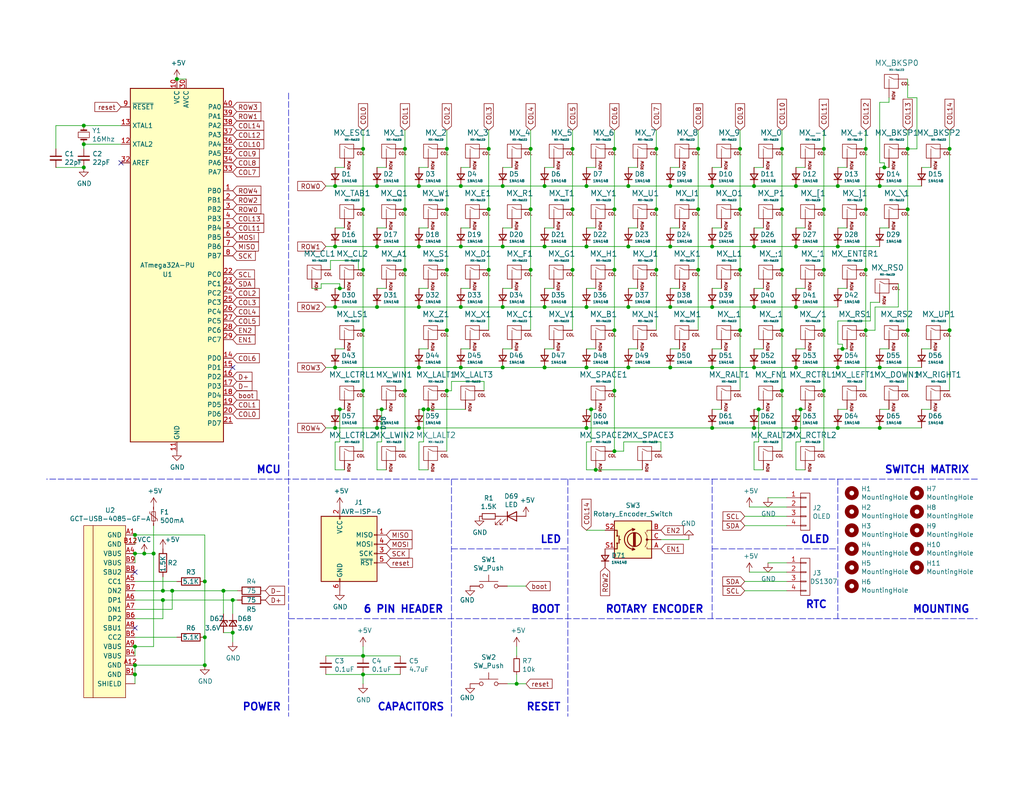
<source format=kicad_sch>
(kicad_sch (version 20211123) (generator eeschema)
  (paper "A")
  (junction (at 217.17 67.31))
  (junction (at 229.87 95.25))
  (junction (at 201.93 57.15))
  (junction (at 102.87 116.84))
  (junction (at 217.17 100.33))
  (junction (at 99.06 179.07))
  (junction (at 205.74 67.31))
  (junction (at 92.71 111.76))
  (junction (at 137.16 50.8))
  (junction (at 171.45 67.31))
  (junction (at 55.88 158.75))
  (junction (at 213.36 57.15))
  (junction (at 99.06 90.17))
  (junction (at 46.99 161.29))
  (junction (at 217.17 116.84))
  (junction (at 190.5 57.15))
  (junction (at 179.07 40.64))
  (junction (at 114.3 67.31))
  (junction (at 99.06 106.68))
  (junction (at 133.35 57.15))
  (junction (at 41.91 151.13))
  (junction (at 247.65 90.17))
  (junction (at 217.17 50.8))
  (junction (at 148.59 50.8))
  (junction (at 144.78 40.64))
  (junction (at 241.3 45.72))
  (junction (at 224.79 73.66))
  (junction (at 182.88 83.82))
  (junction (at 160.02 67.31))
  (junction (at 91.44 83.82))
  (junction (at 207.01 111.76))
  (junction (at 194.31 116.84))
  (junction (at 201.93 40.64))
  (junction (at 205.74 100.33))
  (junction (at 194.31 50.8))
  (junction (at 247.65 40.64))
  (junction (at 160.02 100.33))
  (junction (at 240.03 50.8))
  (junction (at 114.3 116.84))
  (junction (at 137.16 100.33))
  (junction (at 22.86 39.37))
  (junction (at 99.06 73.66))
  (junction (at 228.6 100.33))
  (junction (at 104.14 111.76))
  (junction (at 171.45 83.82))
  (junction (at 224.79 57.15))
  (junction (at 102.87 83.82))
  (junction (at 121.92 106.68))
  (junction (at 156.21 57.15))
  (junction (at 144.78 57.15))
  (junction (at 63.5 172.72))
  (junction (at 167.64 57.15))
  (junction (at 228.6 116.84))
  (junction (at 259.08 90.17))
  (junction (at 137.16 67.31))
  (junction (at 161.29 111.76))
  (junction (at 36.83 146.05))
  (junction (at 167.64 90.17))
  (junction (at 179.07 73.66))
  (junction (at 167.64 73.66))
  (junction (at 91.44 67.31))
  (junction (at 171.45 50.8))
  (junction (at 60.96 161.29))
  (junction (at 182.88 50.8))
  (junction (at 140.97 186.69))
  (junction (at 213.36 73.66))
  (junction (at 218.44 111.76))
  (junction (at 36.83 181.61))
  (junction (at 63.5 163.83))
  (junction (at 217.17 83.82))
  (junction (at 125.73 67.31))
  (junction (at 110.49 57.15))
  (junction (at 137.16 83.82))
  (junction (at 114.3 83.82))
  (junction (at 213.36 90.17))
  (junction (at 205.74 50.8))
  (junction (at 125.73 50.8))
  (junction (at 92.71 78.74))
  (junction (at 110.49 106.68))
  (junction (at 22.86 34.29))
  (junction (at 44.45 163.83))
  (junction (at 36.83 184.15))
  (junction (at 36.83 151.13))
  (junction (at 213.36 40.64))
  (junction (at 236.22 57.15))
  (junction (at 102.87 50.8))
  (junction (at 102.87 67.31))
  (junction (at 194.31 67.31))
  (junction (at 224.79 40.64))
  (junction (at 160.02 50.8))
  (junction (at 114.3 100.33))
  (junction (at 133.35 40.64))
  (junction (at 116.84 111.76))
  (junction (at 167.64 106.68))
  (junction (at 44.45 161.29))
  (junction (at 148.59 83.82))
  (junction (at 22.86 45.72))
  (junction (at 205.74 83.82))
  (junction (at 240.03 100.33))
  (junction (at 125.73 83.82))
  (junction (at 133.35 73.66))
  (junction (at 55.88 181.61))
  (junction (at 201.93 90.17))
  (junction (at 228.6 67.31))
  (junction (at 125.73 100.33))
  (junction (at 171.45 100.33))
  (junction (at 247.65 57.15))
  (junction (at 190.5 40.64))
  (junction (at 99.06 184.15))
  (junction (at 182.88 67.31))
  (junction (at 115.57 111.76))
  (junction (at 160.02 83.82))
  (junction (at 39.37 151.13))
  (junction (at 201.93 73.66))
  (junction (at 205.74 116.84))
  (junction (at 167.64 40.64))
  (junction (at 91.44 50.8))
  (junction (at 114.3 50.8))
  (junction (at 36.83 176.53))
  (junction (at 55.88 173.99))
  (junction (at 213.36 106.68))
  (junction (at 121.92 40.64))
  (junction (at 121.92 57.15))
  (junction (at 156.21 73.66))
  (junction (at 162.56 128.27))
  (junction (at 182.88 100.33))
  (junction (at 167.64 123.19))
  (junction (at 99.06 40.64))
  (junction (at 259.08 40.64))
  (junction (at 121.92 90.17))
  (junction (at 99.06 57.15))
  (junction (at 190.5 73.66))
  (junction (at 236.22 40.64))
  (junction (at 48.26 21.59))
  (junction (at 110.49 40.64))
  (junction (at 179.07 57.15))
  (junction (at 144.78 73.66))
  (junction (at 224.79 106.68))
  (junction (at 148.59 67.31))
  (junction (at 160.02 116.84))
  (junction (at 236.22 90.17))
  (junction (at 228.6 50.8))
  (junction (at 224.79 90.17))
  (junction (at 236.22 73.66))
  (junction (at 156.21 40.64))
  (junction (at 194.31 83.82))
  (junction (at 148.59 100.33))
  (junction (at 240.03 116.84))
  (junction (at 110.49 73.66))
  (junction (at 194.31 100.33))
  (junction (at 91.44 100.33))
  (junction (at 121.92 73.66))
  (junction (at 91.44 116.84))
  (no_connect (at 33.02 44.45))
  (no_connect (at 63.5 100.33))
  (no_connect (at 36.83 171.45))
  (no_connect (at 36.83 156.21))
  (wire (pts (xy 242.57 62.23) (xy 240.03 62.23)))
  (wire (pts (xy 91.44 120.65) (xy 92.71 120.65)))
  (wire (pts (xy 214.63 135.89) (xy 209.55 135.89)))
  (wire (pts (xy 87.63 77.47) (xy 92.71 77.47)))
  (wire (pts (xy 228.6 93.98) (xy 229.87 93.98)))
  (wire (pts (xy 185.42 62.23) (xy 182.88 62.23)))
  (wire (pts (xy 214.63 138.43) (xy 204.47 138.43)))
  (wire (pts (xy 148.59 50.8) (xy 160.02 50.8)))
  (wire (pts (xy 60.96 161.29) (xy 64.77 161.29)))
  (wire (pts (xy 114.3 50.8) (xy 125.73 50.8)))
  (wire (pts (xy 90.17 71.12) (xy 97.79 71.12)))
  (wire (pts (xy 91.44 116.84) (xy 88.9 116.84)))
  (polyline (pts (xy 123.19 130.81) (xy 123.19 195.58)))
  (wire (pts (xy 217.17 100.33) (xy 228.6 100.33)))
  (wire (pts (xy 127 111.76) (xy 116.84 111.76)))
  (wire (pts (xy 214.63 140.97) (xy 203.2 140.97)))
  (wire (pts (xy 190.5 40.64) (xy 190.5 57.15)))
  (wire (pts (xy 208.28 95.25) (xy 205.74 95.25)))
  (wire (pts (xy 259.08 40.64) (xy 259.08 90.17)))
  (wire (pts (xy 156.21 40.64) (xy 156.21 57.15)))
  (wire (pts (xy 121.92 57.15) (xy 121.92 73.66)))
  (wire (pts (xy 36.83 158.75) (xy 48.26 158.75)))
  (wire (pts (xy 190.5 57.15) (xy 190.5 73.66)))
  (wire (pts (xy 121.92 40.64) (xy 121.92 57.15)))
  (wire (pts (xy 251.46 100.33) (xy 240.03 100.33)))
  (wire (pts (xy 205.74 120.65) (xy 205.74 128.27)))
  (wire (pts (xy 201.93 40.64) (xy 201.93 35.56)))
  (wire (pts (xy 36.83 179.07) (xy 36.83 176.53)))
  (wire (pts (xy 91.44 95.25) (xy 93.98 95.25)))
  (wire (pts (xy 194.31 116.84) (xy 205.74 116.84)))
  (wire (pts (xy 160.02 67.31) (xy 171.45 67.31)))
  (wire (pts (xy 121.92 90.17) (xy 121.92 106.68)))
  (wire (pts (xy 161.29 111.76) (xy 160.02 111.76)))
  (wire (pts (xy 228.6 100.33) (xy 240.03 100.33)))
  (wire (pts (xy 116.84 95.25) (xy 114.3 95.25)))
  (wire (pts (xy 15.24 34.29) (xy 22.86 34.29)))
  (wire (pts (xy 114.3 116.84) (xy 160.02 116.84)))
  (wire (pts (xy 91.44 116.84) (xy 102.87 116.84)))
  (wire (pts (xy 182.88 83.82) (xy 194.31 83.82)))
  (wire (pts (xy 44.45 168.91) (xy 44.45 163.83)))
  (wire (pts (xy 105.41 111.76) (xy 104.14 111.76)))
  (wire (pts (xy 205.74 67.31) (xy 217.17 67.31)))
  (wire (pts (xy 228.6 67.31) (xy 240.03 67.31)))
  (wire (pts (xy 91.44 50.8) (xy 88.9 50.8)))
  (wire (pts (xy 91.44 100.33) (xy 114.3 100.33)))
  (wire (pts (xy 185.42 95.25) (xy 182.88 95.25)))
  (wire (pts (xy 170.18 120.65) (xy 170.18 123.19)))
  (wire (pts (xy 92.71 77.47) (xy 92.71 78.74)))
  (wire (pts (xy 104.14 120.65) (xy 104.14 111.76)))
  (wire (pts (xy 240.03 116.84) (xy 251.46 116.84)))
  (wire (pts (xy 217.17 67.31) (xy 228.6 67.31)))
  (wire (pts (xy 102.87 116.84) (xy 114.3 116.84)))
  (wire (pts (xy 85.09 78.74) (xy 87.63 78.74)))
  (wire (pts (xy 167.64 90.17) (xy 167.64 106.68)))
  (wire (pts (xy 194.31 67.31) (xy 205.74 67.31)))
  (wire (pts (xy 162.56 62.23) (xy 160.02 62.23)))
  (wire (pts (xy 60.96 167.64) (xy 60.96 161.29)))
  (wire (pts (xy 162.56 78.74) (xy 160.02 78.74)))
  (wire (pts (xy 245.11 77.47) (xy 245.11 83.82)))
  (wire (pts (xy 162.56 128.27) (xy 160.02 128.27)))
  (wire (pts (xy 121.92 123.19) (xy 121.92 106.68)))
  (wire (pts (xy 201.93 40.64) (xy 201.93 57.15)))
  (wire (pts (xy 15.24 45.72) (xy 22.86 45.72)))
  (wire (pts (xy 171.45 83.82) (xy 182.88 83.82)))
  (wire (pts (xy 179.07 57.15) (xy 179.07 73.66)))
  (wire (pts (xy 214.63 158.75) (xy 203.2 158.75)))
  (wire (pts (xy 22.86 40.64) (xy 22.86 39.37)))
  (wire (pts (xy 207.01 111.76) (xy 207.01 120.65)))
  (wire (pts (xy 162.56 128.27) (xy 175.26 128.27)))
  (wire (pts (xy 218.44 111.76) (xy 217.17 111.76)))
  (wire (pts (xy 99.06 123.19) (xy 99.06 106.68)))
  (wire (pts (xy 125.73 67.31) (xy 137.16 67.31)))
  (wire (pts (xy 36.83 151.13) (xy 36.83 153.67)))
  (wire (pts (xy 133.35 57.15) (xy 133.35 73.66)))
  (wire (pts (xy 160.02 83.82) (xy 171.45 83.82)))
  (wire (pts (xy 217.17 128.27) (xy 219.71 128.27)))
  (wire (pts (xy 121.92 73.66) (xy 121.92 90.17)))
  (wire (pts (xy 114.3 83.82) (xy 125.73 83.82)))
  (wire (pts (xy 259.08 40.64) (xy 259.08 35.56)))
  (wire (pts (xy 90.17 71.12) (xy 90.17 73.66)))
  (wire (pts (xy 36.83 151.13) (xy 39.37 151.13)))
  (wire (pts (xy 201.93 57.15) (xy 201.93 73.66)))
  (wire (pts (xy 196.85 95.25) (xy 194.31 95.25)))
  (wire (pts (xy 218.44 120.65) (xy 217.17 120.65)))
  (wire (pts (xy 151.13 78.74) (xy 148.59 78.74)))
  (wire (pts (xy 236.22 40.64) (xy 236.22 57.15)))
  (wire (pts (xy 160.02 100.33) (xy 171.45 100.33)))
  (wire (pts (xy 208.28 62.23) (xy 205.74 62.23)))
  (wire (pts (xy 167.64 57.15) (xy 167.64 73.66)))
  (wire (pts (xy 180.34 120.65) (xy 170.18 120.65)))
  (wire (pts (xy 167.64 123.19) (xy 167.64 106.68)))
  (wire (pts (xy 102.87 128.27) (xy 102.87 120.65)))
  (wire (pts (xy 162.56 111.76) (xy 161.29 111.76)))
  (wire (pts (xy 190.5 40.64) (xy 190.5 35.56)))
  (wire (pts (xy 93.98 78.74) (xy 92.71 78.74)))
  (wire (pts (xy 91.44 100.33) (xy 88.9 100.33)))
  (wire (pts (xy 179.07 73.66) (xy 179.07 90.17)))
  (wire (pts (xy 36.83 181.61) (xy 55.88 181.61)))
  (wire (pts (xy 224.79 40.64) (xy 224.79 57.15)))
  (wire (pts (xy 144.78 40.64) (xy 144.78 35.56)))
  (wire (pts (xy 219.71 95.25) (xy 217.17 95.25)))
  (wire (pts (xy 44.45 161.29) (xy 46.99 161.29)))
  (wire (pts (xy 125.73 83.82) (xy 137.16 83.82)))
  (wire (pts (xy 151.13 45.72) (xy 148.59 45.72)))
  (wire (pts (xy 237.49 82.55) (xy 237.49 87.63)))
  (wire (pts (xy 237.49 87.63) (xy 228.6 87.63)))
  (wire (pts (xy 91.44 83.82) (xy 102.87 83.82)))
  (wire (pts (xy 36.83 161.29) (xy 44.45 161.29)))
  (wire (pts (xy 224.79 73.66) (xy 224.79 90.17)))
  (wire (pts (xy 205.74 100.33) (xy 217.17 100.33)))
  (wire (pts (xy 123.19 104.14) (xy 123.19 106.68)))
  (wire (pts (xy 139.7 95.25) (xy 137.16 95.25)))
  (wire (pts (xy 110.49 73.66) (xy 110.49 106.68)))
  (wire (pts (xy 87.63 77.47) (xy 87.63 78.74)))
  (wire (pts (xy 36.83 166.37) (xy 46.99 166.37)))
  (wire (pts (xy 259.08 90.17) (xy 259.08 106.68)))
  (wire (pts (xy 97.79 73.66) (xy 97.79 71.12)))
  (wire (pts (xy 123.19 106.68) (xy 121.92 106.68)))
  (wire (pts (xy 33.02 39.37) (xy 22.86 39.37)))
  (wire (pts (xy 137.16 83.82) (xy 148.59 83.82)))
  (wire (pts (xy 93.98 128.27) (xy 91.44 128.27)))
  (wire (pts (xy 160.02 144.78) (xy 165.1 144.78)))
  (wire (pts (xy 36.83 163.83) (xy 44.45 163.83)))
  (wire (pts (xy 161.29 120.65) (xy 161.29 111.76)))
  (wire (pts (xy 133.35 40.64) (xy 133.35 57.15)))
  (wire (pts (xy 99.06 73.66) (xy 97.79 73.66)))
  (wire (pts (xy 91.44 83.82) (xy 88.9 83.82)))
  (wire (pts (xy 240.03 44.45) (xy 241.3 44.45)))
  (wire (pts (xy 194.31 83.82) (xy 205.74 83.82)))
  (wire (pts (xy 128.27 78.74) (xy 125.73 78.74)))
  (wire (pts (xy 128.27 95.25) (xy 125.73 95.25)))
  (wire (pts (xy 156.21 57.15) (xy 156.21 73.66)))
  (wire (pts (xy 88.9 179.07) (xy 99.06 179.07)))
  (wire (pts (xy 167.64 40.64) (xy 167.64 57.15)))
  (wire (pts (xy 139.7 62.23) (xy 137.16 62.23)))
  (wire (pts (xy 102.87 50.8) (xy 114.3 50.8)))
  (wire (pts (xy 105.41 45.72) (xy 102.87 45.72)))
  (wire (pts (xy 231.14 95.25) (xy 229.87 95.25)))
  (wire (pts (xy 194.31 50.8) (xy 205.74 50.8)))
  (wire (pts (xy 229.87 93.98) (xy 229.87 95.25)))
  (wire (pts (xy 160.02 128.27) (xy 160.02 120.65)))
  (wire (pts (xy 110.49 40.64) (xy 110.49 57.15)))
  (wire (pts (xy 247.65 90.17) (xy 247.65 106.68)))
  (wire (pts (xy 109.22 184.15) (xy 99.06 184.15)))
  (wire (pts (xy 180.34 123.19) (xy 180.34 120.65)))
  (wire (pts (xy 63.5 172.72) (xy 63.5 175.26)))
  (wire (pts (xy 182.88 100.33) (xy 194.31 100.33)))
  (wire (pts (xy 224.79 123.19) (xy 224.79 106.68)))
  (wire (pts (xy 247.65 57.15) (xy 247.65 90.17)))
  (wire (pts (xy 173.99 62.23) (xy 171.45 62.23)))
  (wire (pts (xy 219.71 62.23) (xy 217.17 62.23)))
  (wire (pts (xy 110.49 57.15) (xy 110.49 73.66)))
  (wire (pts (xy 55.88 146.05) (xy 55.88 158.75)))
  (wire (pts (xy 224.79 90.17) (xy 224.79 106.68)))
  (wire (pts (xy 219.71 45.72) (xy 217.17 45.72)))
  (wire (pts (xy 217.17 83.82) (xy 228.6 83.82)))
  (wire (pts (xy 213.36 57.15) (xy 213.36 73.66)))
  (wire (pts (xy 217.17 116.84) (xy 228.6 116.84)))
  (wire (pts (xy 213.36 73.66) (xy 213.36 90.17)))
  (wire (pts (xy 170.18 123.19) (xy 167.64 123.19)))
  (wire (pts (xy 214.63 153.67) (xy 209.55 153.67)))
  (wire (pts (xy 46.99 161.29) (xy 46.99 166.37)))
  (wire (pts (xy 144.78 40.64) (xy 144.78 57.15)))
  (wire (pts (xy 241.3 45.72) (xy 240.03 45.72)))
  (wire (pts (xy 114.3 128.27) (xy 114.3 120.65)))
  (wire (pts (xy 99.06 184.15) (xy 88.9 184.15)))
  (wire (pts (xy 137.16 50.8) (xy 148.59 50.8)))
  (wire (pts (xy 207.01 120.65) (xy 205.74 120.65)))
  (wire (pts (xy 160.02 50.8) (xy 171.45 50.8)))
  (wire (pts (xy 140.97 186.69) (xy 140.97 184.15)))
  (wire (pts (xy 242.57 95.25) (xy 240.03 95.25)))
  (wire (pts (xy 231.14 78.74) (xy 228.6 78.74)))
  (wire (pts (xy 236.22 40.64) (xy 236.22 35.56)))
  (wire (pts (xy 48.26 173.99) (xy 36.83 173.99)))
  (wire (pts (xy 125.73 100.33) (xy 137.16 100.33)))
  (wire (pts (xy 219.71 78.74) (xy 217.17 78.74)))
  (wire (pts (xy 196.85 45.72) (xy 194.31 45.72)))
  (wire (pts (xy 171.45 67.31) (xy 182.88 67.31)))
  (wire (pts (xy 140.97 176.53) (xy 140.97 179.07)))
  (wire (pts (xy 138.43 160.02) (xy 143.51 160.02)))
  (polyline (pts (xy 194.31 168.91) (xy 194.31 130.81)))
  (wire (pts (xy 148.59 100.33) (xy 160.02 100.33)))
  (wire (pts (xy 50.8 21.59) (xy 48.26 21.59)))
  (wire (pts (xy 105.41 62.23) (xy 102.87 62.23)))
  (wire (pts (xy 116.84 78.74) (xy 114.3 78.74)))
  (wire (pts (xy 102.87 120.65) (xy 104.14 120.65)))
  (wire (pts (xy 151.13 95.25) (xy 148.59 95.25)))
  (wire (pts (xy 132.08 104.14) (xy 123.19 104.14)))
  (wire (pts (xy 116.84 62.23) (xy 114.3 62.23)))
  (wire (pts (xy 194.31 111.76) (xy 196.85 111.76)))
  (wire (pts (xy 242.57 27.94) (xy 240.03 27.94)))
  (wire (pts (xy 250.19 40.64) (xy 247.65 40.64)))
  (wire (pts (xy 99.06 179.07) (xy 109.22 179.07)))
  (wire (pts (xy 104.14 111.76) (xy 102.87 111.76)))
  (wire (pts (xy 91.44 67.31) (xy 88.9 67.31)))
  (wire (pts (xy 115.57 120.65) (xy 115.57 111.76)))
  (wire (pts (xy 114.3 100.33) (xy 125.73 100.33)))
  (wire (pts (xy 247.65 26.67) (xy 250.19 26.67)))
  (wire (pts (xy 128.27 62.23) (xy 125.73 62.23)))
  (wire (pts (xy 182.88 67.31) (xy 194.31 67.31)))
  (wire (pts (xy 229.87 95.25) (xy 228.6 95.25)))
  (wire (pts (xy 217.17 120.65) (xy 217.17 128.27)))
  (wire (pts (xy 110.49 40.64) (xy 110.49 35.56)))
  (wire (pts (xy 99.06 57.15) (xy 99.06 73.66)))
  (wire (pts (xy 242.57 26.67) (xy 242.57 27.94)))
  (wire (pts (xy 140.97 186.69) (xy 138.43 186.69)))
  (wire (pts (xy 167.64 73.66) (xy 167.64 90.17)))
  (wire (pts (xy 36.83 146.05) (xy 55.88 146.05)))
  (wire (pts (xy 217.17 50.8) (xy 228.6 50.8)))
  (wire (pts (xy 201.93 73.66) (xy 201.93 90.17)))
  (wire (pts (xy 115.57 111.76) (xy 114.3 111.76)))
  (wire (pts (xy 99.06 40.64) (xy 99.06 57.15)))
  (wire (pts (xy 44.45 161.29) (xy 44.45 157.48)))
  (wire (pts (xy 93.98 62.23) (xy 91.44 62.23)))
  (wire (pts (xy 185.42 78.74) (xy 182.88 78.74)))
  (wire (pts (xy 208.28 78.74) (xy 205.74 78.74)))
  (wire (pts (xy 240.03 27.94) (xy 240.03 44.45)))
  (wire (pts (xy 15.24 34.29) (xy 15.24 40.64)))
  (wire (pts (xy 190.5 73.66) (xy 190.5 90.17)))
  (wire (pts (xy 133.35 73.66) (xy 133.35 90.17)))
  (wire (pts (xy 105.41 128.27) (xy 102.87 128.27)))
  (polyline (pts (xy 266.7 130.81) (xy 12.7 130.81)))
  (wire (pts (xy 116.84 128.27) (xy 114.3 128.27)))
  (wire (pts (xy 46.99 161.29) (xy 60.96 161.29)))
  (wire (pts (xy 92.71 120.65) (xy 92.71 111.76)))
  (wire (pts (xy 128.27 45.72) (xy 125.73 45.72)))
  (wire (pts (xy 137.16 67.31) (xy 148.59 67.31)))
  (wire (pts (xy 55.88 158.75) (xy 55.88 173.99)))
  (wire (pts (xy 173.99 78.74) (xy 171.45 78.74)))
  (wire (pts (xy 214.63 156.21) (xy 204.47 156.21)))
  (wire (pts (xy 139.7 78.74) (xy 137.16 78.74)))
  (wire (pts (xy 224.79 57.15) (xy 224.79 73.66)))
  (wire (pts (xy 133.35 40.64) (xy 133.35 35.56)))
  (wire (pts (xy 148.59 83.82) (xy 160.02 83.82)))
  (wire (pts (xy 224.79 40.64) (xy 224.79 35.56)))
  (wire (pts (xy 179.07 40.64) (xy 179.07 57.15)))
  (wire (pts (xy 182.88 50.8) (xy 194.31 50.8)))
  (wire (pts (xy 179.07 40.64) (xy 179.07 35.56)))
  (wire (pts (xy 36.83 176.53) (xy 41.91 176.53)))
  (wire (pts (xy 167.64 40.64) (xy 167.64 35.56)))
  (wire (pts (xy 110.49 123.19) (xy 110.49 106.68)))
  (wire (pts (xy 36.83 168.91) (xy 44.45 168.91)))
  (polyline (pts (xy 228.6 130.81) (xy 228.6 168.91)))
  (wire (pts (xy 173.99 95.25) (xy 171.45 95.25)))
  (wire (pts (xy 151.13 62.23) (xy 148.59 62.23)))
  (wire (pts (xy 231.14 62.23) (xy 228.6 62.23)))
  (polyline (pts (xy 78.74 168.91) (xy 266.7 168.91)))
  (wire (pts (xy 240.03 50.8) (xy 251.46 50.8)))
  (wire (pts (xy 241.3 44.45) (xy 241.3 45.72)))
  (wire (pts (xy 143.51 186.69) (xy 140.97 186.69)))
  (wire (pts (xy 173.99 45.72) (xy 171.45 45.72)))
  (wire (pts (xy 121.92 40.64) (xy 121.92 35.56)))
  (wire (pts (xy 207.01 111.76) (xy 208.28 111.76)))
  (wire (pts (xy 137.16 100.33) (xy 148.59 100.33)))
  (wire (pts (xy 55.88 173.99) (xy 55.88 181.61)))
  (wire (pts (xy 238.76 83.82) (xy 238.76 90.17)))
  (wire (pts (xy 236.22 73.66) (xy 236.22 90.17)))
  (wire (pts (xy 36.83 146.05) (xy 36.83 148.59)))
  (wire (pts (xy 162.56 45.72) (xy 160.02 45.72)))
  (wire (pts (xy 205.74 50.8) (xy 217.17 50.8)))
  (wire (pts (xy 203.2 161.29) (xy 214.63 161.29)))
  (wire (pts (xy 236.22 90.17) (xy 236.22 106.68)))
  (wire (pts (xy 41.91 143.51) (xy 41.91 151.13)))
  (wire (pts (xy 36.83 184.15) (xy 36.83 181.61)))
  (wire (pts (xy 219.71 111.76) (xy 218.44 111.76)))
  (wire (pts (xy 114.3 120.65) (xy 115.57 120.65)))
  (wire (pts (xy 251.46 45.72) (xy 254 45.72)))
  (wire (pts (xy 92.71 78.74) (xy 91.44 78.74)))
  (wire (pts (xy 203.2 143.51) (xy 214.63 143.51)))
  (wire (pts (xy 213.36 40.64) (xy 213.36 35.56)))
  (wire (pts (xy 236.22 57.15) (xy 236.22 73.66)))
  (wire (pts (xy 36.83 184.15) (xy 36.83 186.69)))
  (wire (pts (xy 144.78 57.15) (xy 144.78 73.66)))
  (wire (pts (xy 156.21 40.64) (xy 156.21 35.56)))
  (wire (pts (xy 194.31 100.33) (xy 205.74 100.33)))
  (wire (pts (xy 228.6 87.63) (xy 228.6 93.98)))
  (wire (pts (xy 180.34 147.32) (xy 187.96 147.32)))
  (wire (pts (xy 251.46 95.25) (xy 254 95.25)))
  (wire (pts (xy 99.06 184.15) (xy 99.06 186.69)))
  (wire (pts (xy 144.78 73.66) (xy 144.78 90.17)))
  (wire (pts (xy 99.06 40.64) (xy 99.06 35.56)))
  (wire (pts (xy 162.56 95.25) (xy 160.02 95.25)))
  (wire (pts (xy 201.93 90.17) (xy 201.93 106.68)))
  (wire (pts (xy 60.96 172.72) (xy 63.5 172.72)))
  (wire (pts (xy 213.36 90.17) (xy 213.36 106.68)))
  (wire (pts (xy 245.11 83.82) (xy 238.76 83.82)))
  (wire (pts (xy 205.74 111.76) (xy 207.01 111.76)))
  (wire (pts (xy 39.37 151.13) (xy 41.91 151.13)))
  (polyline (pts (xy 194.31 149.86) (xy 228.6 149.86)))
  (wire (pts (xy 228.6 116.84) (xy 240.03 116.84)))
  (wire (pts (xy 91.44 50.8) (xy 102.87 50.8)))
  (wire (pts (xy 33.02 34.29) (xy 22.86 34.29)))
  (wire (pts (xy 156.21 73.66) (xy 156.21 90.17)))
  (wire (pts (xy 102.87 67.31) (xy 114.3 67.31)))
  (wire (pts (xy 247.65 40.64) (xy 247.65 35.56)))
  (wire (pts (xy 44.45 163.83) (xy 63.5 163.83)))
  (wire (pts (xy 250.19 26.67) (xy 250.19 40.64)))
  (wire (pts (xy 132.08 106.68) (xy 132.08 104.14)))
  (wire (pts (xy 99.06 179.07) (xy 99.06 176.53)))
  (wire (pts (xy 63.5 167.64) (xy 63.5 163.83)))
  (wire (pts (xy 247.65 40.64) (xy 247.65 57.15)))
  (wire (pts (xy 93.98 45.72) (xy 91.44 45.72)))
  (wire (pts (xy 99.06 73.66) (xy 99.06 90.17)))
  (wire (pts (xy 196.85 62.23) (xy 194.31 62.23)))
  (wire (pts (xy 160.02 120.65) (xy 161.29 120.65)))
  (wire (pts (xy 205.74 83.82) (xy 217.17 83.82)))
  (wire (pts (xy 114.3 67.31) (xy 125.73 67.31)))
  (wire (pts (xy 160.02 116.84) (xy 194.31 116.84)))
  (wire (pts (xy 93.98 111.76) (xy 92.71 111.76)))
  (wire (pts (xy 238.76 90.17) (xy 236.22 90.17)))
  (wire (pts (xy 125.73 50.8) (xy 137.16 50.8)))
  (wire (pts (xy 148.59 67.31) (xy 160.02 67.31)))
  (wire (pts (xy 91.44 128.27) (xy 91.44 120.65)))
  (wire (pts (xy 116.84 111.76) (xy 115.57 111.76)))
  (wire (pts (xy 237.49 82.55) (xy 240.03 82.55)))
  (wire (pts (xy 171.45 50.8) (xy 182.88 50.8)))
  (wire (pts (xy 251.46 111.76) (xy 254 111.76)))
  (wire (pts (xy 242.57 45.72) (xy 241.3 45.72)))
  (wire (pts (xy 228.6 50.8) (xy 240.03 50.8)))
  (wire (pts (xy 213.36 123.19) (xy 213.36 106.68)))
  (wire (pts (xy 205.74 116.84) (xy 217.17 116.84)))
  (wire (pts (xy 196.85 78.74) (xy 194.31 78.74)))
  (wire (pts (xy 139.7 45.72) (xy 137.16 45.72)))
  (wire (pts (xy 41.91 151.13) (xy 41.91 176.53)))
  (polyline (pts (xy 78.74 25.4) (xy 78.74 195.58)))
  (wire (pts (xy 116.84 45.72) (xy 114.3 45.72)))
  (wire (pts (xy 185.42 45.72) (xy 182.88 45.72)))
  (wire (pts (xy 231.14 111.76) (xy 228.6 111.76)))
  (wire (pts (xy 63.5 163.83) (xy 64.77 163.83)))
  (wire (pts (xy 242.57 111.76) (xy 240.03 111.76)))
  (wire (pts (xy 105.41 78.74) (xy 102.87 78.74)))
  (wire (pts (xy 213.36 40.64) (xy 213.36 57.15)))
  (wire (pts (xy 205.74 128.27) (xy 208.28 128.27)))
  (wire (pts (xy 92.71 111.76) (xy 91.44 111.76)))
  (polyline (pts (xy 123.19 149.86) (xy 154.94 149.86)))
  (wire (pts (xy 218.44 111.76) (xy 218.44 120.65)))
  (wire (pts (xy 99.06 90.17) (xy 99.06 106.68)))
  (wire (pts (xy 247.65 21.59) (xy 247.65 26.67)))
  (wire (pts (xy 208.28 45.72) (xy 205.74 45.72)))
  (wire (pts (xy 102.87 83.82) (xy 114.3 83.82)))
  (polyline (pts (xy 154.94 130.81) (xy 154.94 195.58)))
  (wire (pts (xy 231.14 45.72) (xy 228.6 45.72)))
  (wire (pts (xy 171.45 100.33) (xy 182.88 100.33)))
  (wire (pts (xy 91.44 67.31) (xy 102.87 67.31)))
  (text "SWITCH MATRIX" (at 241.3 129.54 0) (effects (font (size 2.0066 2.0066) (thickness 0.4013) bold) (justify left bottom)))
  (text "BOOT" (at 144.78 167.64 0) (effects (font (size 2.0066 2.0066) (thickness 0.4013) bold) (justify left bottom)))
  (text "ROTARY ENCODER" (at 165.1 167.64 0) (effects (font (size 2.0066 2.0066) (thickness 0.4013) bold) (justify left bottom)))
  (text "RTC" (at 219.71 166.37 0) (effects (font (size 2.0066 2.0066) (thickness 0.4013) bold) (justify left bottom)))
  (text "MCU" (at 69.85 129.54 0) (effects (font (size 2.0066 2.0066) (thickness 0.4013) bold) (justify left bottom)))
  (text "CAPACITORS" (at 102.87 194.31 0) (effects (font (size 2.0066 2.0066) (thickness 0.4013) bold) (justify left bottom)))
  (text "6 PIN HEADER" (at 99.06 167.64 0) (effects (font (size 2.0066 2.0066) (thickness 0.4013) bold) (justify left bottom)))
  (text "MOUNTING" (at 248.92 167.64 0) (effects (font (size 2.0066 2.0066) (thickness 0.4013) bold) (justify left bottom)))
  (text "POWER" (at 66.04 194.31 0) (effects (font (size 2.0066 2.0066) (thickness 0.4013) bold) (justify left bottom)))
  (text "OLED" (at 218.44 148.59 0) (effects (font (size 2.0066 2.0066) (thickness 0.4013) bold) (justify left bottom)))
  (text "LED" (at 147.32 148.59 0) (effects (font (size 2.0066 2.0066) (thickness 0.4013) bold) (justify left bottom)))
  (text "RESET" (at 143.51 194.31 0) (effects (font (size 2.0066 2.0066) (thickness 0.4013) bold) (justify left bottom)))
  (global_label "SCL" (shape input) (at 203.2 140.97 180) (property "Intersheet References" "${INTERSHEET_REFS}" (effects hide)))
  (global_label "COL12" (shape input) (at 236.22 35.56 90) (property "Intersheet References" "${INTERSHEET_REFS}" (effects hide)))
  (global_label "ROW0" (shape input) (at 88.9 50.8 180) (property "Intersheet References" "${INTERSHEET_REFS}" (effects hide)))
  (global_label "COL8" (shape input) (at 190.5 35.56 90) (property "Intersheet References" "${INTERSHEET_REFS}" (effects hide)))
  (global_label "ROW2" (shape input) (at 88.9 83.82 180) (property "Intersheet References" "${INTERSHEET_REFS}" (effects hide)))
  (global_label "EN1" (shape input) (at 63.5 92.71 0) (property "Intersheet References" "${INTERSHEET_REFS}" (effects hide)))
  (global_label "EN1" (shape input) (at 180.34 149.86 0) (property "Intersheet References" "${INTERSHEET_REFS}" (effects hide)))
  (global_label "EN2" (shape input) (at 180.34 144.78 0) (property "Intersheet References" "${INTERSHEET_REFS}" (effects hide)))
  (global_label "COL14" (shape input) (at 259.08 35.56 90) (property "Intersheet References" "${INTERSHEET_REFS}" (effects hide)))
  (global_label "SDA" (shape input) (at 203.2 143.51 180) (property "Intersheet References" "${INTERSHEET_REFS}" (effects hide)))
  (global_label "COL11" (shape input) (at 63.5 62.23 0) (property "Intersheet References" "${INTERSHEET_REFS}" (effects hide)))
  (global_label "ROW0" (shape input) (at 63.5 57.15 0) (property "Intersheet References" "${INTERSHEET_REFS}" (effects hide)))
  (global_label "COL9" (shape input) (at 63.5 41.91 0) (property "Intersheet References" "${INTERSHEET_REFS}" (effects hide)))
  (global_label "COL10" (shape input) (at 63.5 39.37 0) (property "Intersheet References" "${INTERSHEET_REFS}" (effects hide)))
  (global_label "COL1" (shape input) (at 110.49 35.56 90) (property "Intersheet References" "${INTERSHEET_REFS}" (effects hide)))
  (global_label "COL1" (shape input) (at 63.5 110.49 0) (property "Intersheet References" "${INTERSHEET_REFS}" (effects hide)))
  (global_label "COL14" (shape input) (at 63.5 34.29 0) (property "Intersheet References" "${INTERSHEET_REFS}" (effects hide)))
  (global_label "reset" (shape input) (at 143.51 186.69 0) (property "Intersheet References" "${INTERSHEET_REFS}" (effects hide)))
  (global_label "COL12" (shape input) (at 63.5 36.83 0) (property "Intersheet References" "${INTERSHEET_REFS}" (effects hide)))
  (global_label "SCK" (shape input) (at 105.41 151.13 0) (property "Intersheet References" "${INTERSHEET_REFS}" (effects hide)))
  (global_label "COL0" (shape input) (at 99.06 35.56 90) (property "Intersheet References" "${INTERSHEET_REFS}" (effects hide)))
  (global_label "SDA" (shape input) (at 203.2 158.75 180) (property "Intersheet References" "${INTERSHEET_REFS}" (effects hide)))
  (global_label "D-" (shape input) (at 72.39 161.29 0) (property "Intersheet References" "${INTERSHEET_REFS}" (effects hide)))
  (global_label "COL10" (shape input) (at 213.36 35.56 90) (property "Intersheet References" "${INTERSHEET_REFS}" (effects hide)))
  (global_label "ROW4" (shape input) (at 88.9 116.84 180) (property "Intersheet References" "${INTERSHEET_REFS}" (effects hide)))
  (global_label "ROW1" (shape input) (at 63.5 31.75 0) (property "Intersheet References" "${INTERSHEET_REFS}" (effects hide)))
  (global_label "boot" (shape input) (at 143.51 160.02 0) (property "Intersheet References" "${INTERSHEET_REFS}" (effects hide)))
  (global_label "ROW1" (shape input) (at 88.9 67.31 180) (property "Intersheet References" "${INTERSHEET_REFS}" (effects hide)))
  (global_label "boot" (shape input) (at 63.5 107.95 0) (property "Intersheet References" "${INTERSHEET_REFS}" (effects hide)))
  (global_label "ROW4" (shape input) (at 63.5 52.07 0) (property "Intersheet References" "${INTERSHEET_REFS}" (effects hide)))
  (global_label "ROW2" (shape input) (at 165.1 154.94 270) (property "Intersheet References" "${INTERSHEET_REFS}" (effects hide)))
  (global_label "COL3" (shape input) (at 133.35 35.56 90) (property "Intersheet References" "${INTERSHEET_REFS}" (effects hide)))
  (global_label "reset" (shape input) (at 33.02 29.21 180) (property "Intersheet References" "${INTERSHEET_REFS}" (effects hide)))
  (global_label "ROW2" (shape input) (at 63.5 54.61 0) (property "Intersheet References" "${INTERSHEET_REFS}" (effects hide)))
  (global_label "COL6" (shape input) (at 167.64 35.56 90) (property "Intersheet References" "${INTERSHEET_REFS}" (effects hide)))
  (global_label "COL5" (shape input) (at 156.21 35.56 90) (property "Intersheet References" "${INTERSHEET_REFS}" (effects hide)))
  (global_label "COL7" (shape input) (at 179.07 35.56 90) (property "Intersheet References" "${INTERSHEET_REFS}" (effects hide)))
  (global_label "reset" (shape input) (at 105.41 153.67 0) (property "Intersheet References" "${INTERSHEET_REFS}" (effects hide)))
  (global_label "COL4" (shape input) (at 63.5 85.09 0) (property "Intersheet References" "${INTERSHEET_REFS}" (effects hide)))
  (global_label "COL13" (shape input) (at 63.5 59.69 0) (property "Intersheet References" "${INTERSHEET_REFS}" (effects hide)))
  (global_label "D+" (shape input) (at 63.5 102.87 0) (property "Intersheet References" "${INTERSHEET_REFS}" (effects hide)))
  (global_label "COL8" (shape input) (at 63.5 44.45 0) (property "Intersheet References" "${INTERSHEET_REFS}" (effects hide)))
  (global_label "COL7" (shape input) (at 63.5 46.99 0) (property "Intersheet References" "${INTERSHEET_REFS}" (effects hide)))
  (global_label "COL11" (shape input) (at 224.79 35.56 90) (property "Intersheet References" "${INTERSHEET_REFS}" (effects hide)))
  (global_label "MOSI" (shape input) (at 105.41 148.59 0) (property "Intersheet References" "${INTERSHEET_REFS}" (effects hide)))
  (global_label "MISO" (shape input) (at 63.5 67.31 0) (property "Intersheet References" "${INTERSHEET_REFS}" (effects hide)))
  (global_label "EN2" (shape input) (at 63.5 90.17 0) (property "Intersheet References" "${INTERSHEET_REFS}" (effects hide)))
  (global_label "COL2" (shape input) (at 63.5 80.01 0) (property "Intersheet References" "${INTERSHEET_REFS}" (effects hide)))
  (global_label "SCK" (shape input) (at 63.5 69.85 0) (property "Intersheet References" "${INTERSHEET_REFS}" (effects hide)))
  (global_label "MOSI" (shape input) (at 63.5 64.77 0) (property "Intersheet References" "${INTERSHEET_REFS}" (effects hide)))
  (global_label "COL6" (shape input) (at 63.5 97.79 0) (property "Intersheet References" "${INTERSHEET_REFS}" (effects hide)))
  (global_label "D+" (shape input) (at 72.39 163.83 0) (property "Intersheet References" "${INTERSHEET_REFS}" (effects hide)))
  (global_label "SCL" (shape input) (at 63.5 74.93 0) (property "Intersheet References" "${INTERSHEET_REFS}" (effects hide)))
  (global_label "COL4" (shape input) (at 144.78 35.56 90) (property "Intersheet References" "${INTERSHEET_REFS}" (effects hide)))
  (global_label "ROW3" (shape input) (at 63.5 29.21 0) (property "Intersheet References" "${INTERSHEET_REFS}" (effects hide)))
  (global_label "COL2" (shape input) (at 121.92 35.56 90) (property "Intersheet References" "${INTERSHEET_REFS}" (effects hide)))
  (global_label "SDA" (shape input) (at 63.5 77.47 0) (property "Intersheet References" "${INTERSHEET_REFS}" (effects hide)))
  (global_label "SCL" (shape input) (at 203.2 161.29 180) (property "Intersheet References" "${INTERSHEET_REFS}" (effects hide)))
  (global_label "D-" (shape input) (at 63.5 105.41 0) (property "Intersheet References" "${INTERSHEET_REFS}" (effects hide)))
  (global_label "ROW3" (shape input) (at 88.9 100.33 180) (property "Intersheet References" "${INTERSHEET_REFS}" (effects hide)))
  (global_label "COL9" (shape input) (at 201.93 35.56 90) (property "Intersheet References" "${INTERSHEET_REFS}" (effects hide)))
  (global_label "COL14" (shape input) (at 160.02 144.78 90) (property "Intersheet References" "${INTERSHEET_REFS}" (effects hide)))
  (global_label "MISO" (shape input) (at 105.41 146.05 0) (property "Intersheet References" "${INTERSHEET_REFS}" (effects hide)))
  (global_label "COL13" (shape input) (at 247.65 35.56 90) (property "Intersheet References" "${INTERSHEET_REFS}" (effects hide)))
  (global_label "COL3" (shape input) (at 63.5 82.55 0) (property "Intersheet References" "${INTERSHEET_REFS}" (effects hide)))
  (global_label "COL5" (shape input) (at 63.5 87.63 0) (property "Intersheet References" "${INTERSHEET_REFS}" (effects hide)))
  (global_label "COL0" (shape input) (at 63.5 113.03 0) (property "Intersheet References" "${INTERSHEET_REFS}" (effects hide)))
  (symbol (lib_id "pinstripe-rescue:ATmega32A-PU-MCU_Microchip_ATmega") (at 48.26 72.39 0) (unit 1)
    (property "Reference" "U1" (at 45.72 74.93 0))
    (property "Value" "ATmega32A-PU" (at 45.72 72.39 0))
    (property "Footprint" "Package_DIP:DIP-40_W15.24mm" (effects hide))
    (property "Datasheet" "http://ww1.microchip.com/downloads/en/DeviceDoc/atmel-8155-8-bit-microcontroller-avr-atmega32a_datasheet.pdf" (effects hide))
  )
  (symbol (lib_id "Device:Crystal_Small") (at 22.86 36.83 90) (unit 1)
    (property "Reference" "Y1" (at 25.0952 35.6616 90) (effects (justify right)))
    (property "Value" "16Mhz" (at 25.0952 37.973 90) (effects (justify right)))
    (property "Footprint" "Crystal:Crystal_HC49-4H_Vertical" (effects hide))
  )
  (symbol (lib_id "Device:C_Small") (at 15.24 43.18 0) (unit 1)
    (property "Reference" "C1" (at 17.5768 42.0116 0) (effects (justify left)))
    (property "Value" "22pF" (at 17.5768 44.323 0) (effects (justify left)))
    (property "Footprint" "Capacitor_THT:C_Disc_D3.0mm_W2.0mm_P2.50mm" (effects hide))
  )
  (symbol (lib_id "Device:C_Small") (at 22.86 43.18 0) (unit 1)
    (property "Reference" "C2" (at 25.1968 42.0116 0) (effects (justify left)))
    (property "Value" "22pF" (at 25.1968 44.323 0) (effects (justify left)))
    (property "Footprint" "Capacitor_THT:C_Disc_D3.0mm_W2.0mm_P2.50mm" (effects hide))
  )
  (symbol (lib_id "power:GND") (at 22.86 45.72 0) (unit 1)
    (property "Reference" "#PWR0101" (effects hide))
    (property "Value" "GND" (at 22.987 50.1142 0))
  )
  (symbol (lib_id "Device:R_Small") (at 140.97 181.61 0) (unit 1)
    (property "Reference" "R7" (at 142.4686 180.4416 0) (effects (justify left)))
    (property "Value" "10k" (at 142.4686 182.753 0) (effects (justify left)))
    (property "Footprint" "Resistor_THT:R_Axial_DIN0204_L3.6mm_D1.6mm_P5.08mm_Horizontal" (effects hide))
  )
  (symbol (lib_id "power:+5V") (at 140.97 176.53 0) (unit 1)
    (property "Reference" "#PWR0102" (effects hide))
    (property "Value" "+5V" (at 141.351 172.1358 0))
  )
  (symbol (lib_id "Switch:SW_Push") (at 133.35 186.69 0) (unit 1)
    (property "Reference" "SW2" (at 133.35 179.451 0))
    (property "Value" "SW_Push" (at 133.35 181.7624 0))
    (property "Footprint" "Button_Switch_THT:SW_PUSH_6mm" (effects hide))
  )
  (symbol (lib_id "Switch:SW_Push") (at 133.35 160.02 0) (unit 1)
    (property "Reference" "SW1" (at 133.35 152.781 0))
    (property "Value" "SW_Push" (at 133.35 155.0924 0))
    (property "Footprint" "Button_Switch_THT:SW_PUSH_6mm" (effects hide))
  )
  (symbol (lib_id "power:GND") (at 128.27 160.02 0) (unit 1)
    (property "Reference" "#PWR0111" (effects hide))
    (property "Value" "GND" (at 129.54 163.83 0) (effects (justify right)))
  )
  (symbol (lib_id "power:GND") (at 128.27 186.69 0) (unit 1)
    (property "Reference" "#PWR0109" (effects hide))
    (property "Value" "GND" (at 129.54 190.5 0) (effects (justify right)))
  )
  (symbol (lib_id "power:GND") (at 48.26 123.19 0) (unit 1)
    (property "Reference" "#PWR0103" (effects hide))
    (property "Value" "GND" (at 48.387 127.5842 0))
  )
  (symbol (lib_id "Device:C_Small") (at 88.9 181.61 0) (unit 1)
    (property "Reference" "C3" (at 91.2368 180.4416 0) (effects (justify left)))
    (property "Value" "0.1uF" (at 91.2368 182.753 0) (effects (justify left)))
    (property "Footprint" "Capacitor_THT:C_Disc_D4.3mm_W1.9mm_P5.00mm" (effects hide))
  )
  (symbol (lib_id "Device:C_Small") (at 99.06 181.61 0) (unit 1)
    (property "Reference" "C4" (at 101.3968 180.4416 0) (effects (justify left)))
    (property "Value" "0.1uF" (at 101.3968 182.753 0) (effects (justify left)))
    (property "Footprint" "Capacitor_THT:C_Disc_D4.3mm_W1.9mm_P5.00mm" (effects hide))
  )
  (symbol (lib_id "Device:C_Small") (at 109.22 181.61 0) (unit 1)
    (property "Reference" "C5" (at 111.5568 180.4416 0) (effects (justify left)))
    (property "Value" "4.7uF" (at 111.5568 182.753 0) (effects (justify left)))
    (property "Footprint" "Capacitor_THT:CP_Radial_D4.0mm_P1.50mm" (effects hide))
  )
  (symbol (lib_id "power:GND") (at 99.06 186.69 0) (unit 1)
    (property "Reference" "#PWR0104" (effects hide))
    (property "Value" "GND" (at 99.187 191.0842 0))
  )
  (symbol (lib_id "power:+5V") (at 99.06 176.53 0) (unit 1)
    (property "Reference" "#PWR0105" (effects hide))
    (property "Value" "+5V" (at 99.441 172.1358 0))
  )
  (symbol (lib_id "Connector:AVR-ISP-6") (at 95.25 151.13 0) (unit 1)
    (property "Reference" "J1" (at 99.06 137.16 0) (effects (justify right)))
    (property "Value" "AVR-ISP-6" (at 104.14 139.7 0) (effects (justify right)))
    (property "Footprint" "Connector_PinHeader_2.54mm:PinHeader_2x03_P2.54mm_Vertical" (effects hide))
    (property "Datasheet" " ~" (effects hide))
  )
  (symbol (lib_id "power:+5V") (at 92.71 138.43 0) (unit 1)
    (property "Reference" "#PWR0107" (effects hide))
    (property "Value" "+5V" (at 93.091 134.0358 0))
  )
  (symbol (lib_id "power:GND") (at 92.71 161.29 0) (unit 1)
    (property "Reference" "#PWR0108" (effects hide))
    (property "Value" "GND" (at 92.837 165.6842 0))
  )
  (symbol (lib_id "keyboard-rescue:GCT-USB-4085-GF-A-Type-C") (at 29.21 142.24 0) (unit 1)
    (property "Reference" "U2" (at 30.0482 139.319 0))
    (property "Value" "GCT-USB-4085-GF-A" (at 30.0482 141.6304 0))
    (property "Footprint" "Type-C:USB_C_GCT_USB4085" (effects hide))
  )
  (symbol (lib_id "power:GND") (at 55.88 181.61 0) (unit 1)
    (property "Reference" "#PWR0112" (effects hide))
    (property "Value" "GND" (at 56.007 186.0042 0))
  )
  (symbol (lib_id "Device:R") (at 52.07 158.75 270) (unit 1)
    (property "Reference" "R3" (at 52.07 156.21 90))
    (property "Value" "5.1K" (at 52.07 158.75 90))
    (property "Footprint" "Resistor_THT:R_Axial_DIN0204_L3.6mm_D1.6mm_P5.08mm_Horizontal" (effects hide))
  )
  (symbol (lib_id "Device:R") (at 52.07 173.99 270) (unit 1)
    (property "Reference" "R6" (at 52.07 171.45 90))
    (property "Value" "5.1K" (at 52.07 173.99 90))
    (property "Footprint" "Resistor_THT:R_Axial_DIN0204_L3.6mm_D1.6mm_P5.08mm_Horizontal" (effects hide))
  )
  (symbol (lib_id "Device:Polyfuse_Small") (at 41.91 140.97 0) (unit 1)
    (property "Reference" "F1" (at 43.6372 139.8016 0) (effects (justify left)))
    (property "Value" "500mA" (at 43.6372 142.113 0) (effects (justify left)))
    (property "Footprint" "cftkb:polyfuse_5.1mm" (effects hide))
  )
  (symbol (lib_id "power:+5V") (at 41.91 138.43 0) (unit 1)
    (property "Reference" "#PWR0114" (effects hide))
    (property "Value" "+5V" (at 42.291 134.0358 0))
  )
  (symbol (lib_id "power:VCC") (at 39.37 151.13 0) (unit 1)
    (property "Reference" "#PWR0113" (effects hide))
    (property "Value" "VCC" (at 39.37 147.32 0))
  )
  (symbol (lib_id "Device:R") (at 44.45 153.67 0) (unit 1)
    (property "Reference" "R2" (at 45.72 153.67 0) (effects (justify left)))
    (property "Value" "1.5K" (at 44.45 156.21 90) (effects (justify left)))
    (property "Footprint" "Resistor_THT:R_Axial_DIN0204_L3.6mm_D1.6mm_P5.08mm_Horizontal" (effects hide))
  )
  (symbol (lib_id "power:+5V") (at 44.45 149.86 0) (unit 1)
    (property "Reference" "#PWR0115" (effects hide))
    (property "Value" "+5V" (at 46.99 147.32 0))
  )
  (symbol (lib_id "Device:D_Zener_Small") (at 60.96 170.18 270) (unit 1)
    (property "Reference" "D67" (at 57.15 168.91 90) (effects (justify left)))
    (property "Value" "3.6V" (at 55.88 171.45 90) (effects (justify left)))
    (property "Footprint" "Diode_THT:D_DO-35_SOD27_P7.62mm_Horizontal" (effects hide))
  )
  (symbol (lib_id "Device:D_Zener_Small") (at 63.5 170.18 270) (unit 1)
    (property "Reference" "D68" (at 64.77 168.91 90) (effects (justify left)))
    (property "Value" "3.6V" (at 64.77 171.45 90) (effects (justify left)))
    (property "Footprint" "Diode_THT:D_DO-35_SOD27_P7.62mm_Horizontal" (effects hide))
  )
  (symbol (lib_id "Device:R") (at 68.58 161.29 270) (unit 1)
    (property "Reference" "R4" (at 68.58 158.75 90))
    (property "Value" "75" (at 68.58 161.29 90))
    (property "Footprint" "Resistor_THT:R_Axial_DIN0204_L3.6mm_D1.6mm_P5.08mm_Horizontal" (effects hide))
  )
  (symbol (lib_id "Device:R") (at 68.58 163.83 270) (unit 1)
    (property "Reference" "R5" (at 68.58 166.37 90))
    (property "Value" "75" (at 68.58 163.83 90))
    (property "Footprint" "Resistor_THT:R_Axial_DIN0204_L3.6mm_D1.6mm_P5.08mm_Horizontal" (effects hide))
  )
  (symbol (lib_id "power:GND") (at 63.5 175.26 0) (unit 1)
    (property "Reference" "#PWR0116" (effects hide))
    (property "Value" "GND" (at 63.627 179.6542 0))
  )
  (symbol (lib_id "keyboard-rescue:MX-NoLED-MX_Alps_Hybrid") (at 95.25 41.91 0) (unit 1)
    (property "Reference" "MX_ESC1" (at 96.0882 36.2458 0) (effects (font (size 1.524 1.524))))
    (property "Value" "MX-NoLED" (at 96.0882 38.1254 0) (effects (font (size 0.508 0.508))))
    (property "Footprint" "MX_Only:MXOnly-1U-NoLED" (effects hide))
  )
  (symbol (lib_id "Device:D_Small") (at 91.44 48.26 90) (unit 1)
    (property "Reference" "D1" (at 93.1672 47.5234 90) (effects (justify right)))
    (property "Value" "1N4148" (at 93.1672 49.403 90) (effects (font (size 0.7112 0.7112)) (justify right)))
    (property "Footprint" "Diode_THT:D_DO-35_SOD27_P7.62mm_Horizontal" (effects hide))
  )
  (symbol (lib_id "keyboard-rescue:MX-NoLED-MX_Alps_Hybrid") (at 106.68 41.91 0) (unit 1)
    (property "Reference" "MX_1" (at 107.5182 36.2458 0) (effects (font (size 1.524 1.524))))
    (property "Value" "MX-NoLED" (at 107.5182 38.1254 0) (effects (font (size 0.508 0.508))))
    (property "Footprint" "MX_Only:MXOnly-1U-NoLED" (effects hide))
  )
  (symbol (lib_id "Device:D_Small") (at 102.87 48.26 90) (unit 1)
    (property "Reference" "D2" (at 104.5972 47.5234 90) (effects (justify right)))
    (property "Value" "1N4148" (at 104.5972 49.403 90) (effects (font (size 0.7112 0.7112)) (justify right)))
    (property "Footprint" "Diode_THT:D_DO-35_SOD27_P7.62mm_Horizontal" (effects hide))
  )
  (symbol (lib_id "keyboard-rescue:MX-NoLED-MX_Alps_Hybrid") (at 118.11 41.91 0) (unit 1)
    (property "Reference" "MX_2" (at 118.9482 36.2458 0) (effects (font (size 1.524 1.524))))
    (property "Value" "MX-NoLED" (at 118.9482 38.1254 0) (effects (font (size 0.508 0.508))))
    (property "Footprint" "MX_Only:MXOnly-1U-NoLED" (effects hide))
  )
  (symbol (lib_id "Device:D_Small") (at 114.3 48.26 90) (unit 1)
    (property "Reference" "D3" (at 116.0272 47.5234 90) (effects (justify right)))
    (property "Value" "1N4148" (at 116.0272 49.403 90) (effects (font (size 0.7112 0.7112)) (justify right)))
    (property "Footprint" "Diode_THT:D_DO-35_SOD27_P7.62mm_Horizontal" (effects hide))
  )
  (symbol (lib_id "keyboard-rescue:MX-NoLED-MX_Alps_Hybrid") (at 129.54 41.91 0) (unit 1)
    (property "Reference" "MX_3" (at 130.3782 36.2458 0) (effects (font (size 1.524 1.524))))
    (property "Value" "MX-NoLED" (at 130.3782 38.1254 0) (effects (font (size 0.508 0.508))))
    (property "Footprint" "MX_Only:MXOnly-1U-NoLED" (effects hide))
  )
  (symbol (lib_id "Device:D_Small") (at 125.73 48.26 90) (unit 1)
    (property "Reference" "D4" (at 127.4572 47.5234 90) (effects (justify right)))
    (property "Value" "1N4148" (at 127.4572 49.403 90) (effects (font (size 0.7112 0.7112)) (justify right)))
    (property "Footprint" "Diode_THT:D_DO-35_SOD27_P7.62mm_Horizontal" (effects hide))
  )
  (symbol (lib_id "keyboard-rescue:MX-NoLED-MX_Alps_Hybrid") (at 140.97 41.91 0) (unit 1)
    (property "Reference" "MX_4" (at 141.8082 36.2458 0) (effects (font (size 1.524 1.524))))
    (property "Value" "MX-NoLED" (at 141.8082 38.1254 0) (effects (font (size 0.508 0.508))))
    (property "Footprint" "MX_Only:MXOnly-1U-NoLED" (effects hide))
  )
  (symbol (lib_id "Device:D_Small") (at 137.16 48.26 90) (unit 1)
    (property "Reference" "D5" (at 138.8872 47.5234 90) (effects (justify right)))
    (property "Value" "1N4148" (at 138.8872 49.403 90) (effects (font (size 0.7112 0.7112)) (justify right)))
    (property "Footprint" "Diode_THT:D_DO-35_SOD27_P7.62mm_Horizontal" (effects hide))
  )
  (symbol (lib_id "keyboard-rescue:MX-NoLED-MX_Alps_Hybrid") (at 152.4 41.91 0) (unit 1)
    (property "Reference" "MX_5" (at 153.2382 36.2458 0) (effects (font (size 1.524 1.524))))
    (property "Value" "MX-NoLED" (at 153.2382 38.1254 0) (effects (font (size 0.508 0.508))))
    (property "Footprint" "MX_Only:MXOnly-1U-NoLED" (effects hide))
  )
  (symbol (lib_id "Device:D_Small") (at 148.59 48.26 90) (unit 1)
    (property "Reference" "D6" (at 150.3172 47.5234 90) (effects (justify right)))
    (property "Value" "1N4148" (at 150.3172 49.403 90) (effects (font (size 0.7112 0.7112)) (justify right)))
    (property "Footprint" "Diode_THT:D_DO-35_SOD27_P7.62mm_Horizontal" (effects hide))
  )
  (symbol (lib_id "keyboard-rescue:MX-NoLED-MX_Alps_Hybrid") (at 163.83 41.91 0) (unit 1)
    (property "Reference" "MX_6" (at 164.6682 36.2458 0) (effects (font (size 1.524 1.524))))
    (property "Value" "MX-NoLED" (at 164.6682 38.1254 0) (effects (font (size 0.508 0.508))))
    (property "Footprint" "MX_Only:MXOnly-1U-NoLED" (effects hide))
  )
  (symbol (lib_id "Device:D_Small") (at 160.02 48.26 90) (unit 1)
    (property "Reference" "D7" (at 161.7472 47.5234 90) (effects (justify right)))
    (property "Value" "1N4148" (at 161.7472 49.403 90) (effects (font (size 0.7112 0.7112)) (justify right)))
    (property "Footprint" "Diode_THT:D_DO-35_SOD27_P7.62mm_Horizontal" (effects hide))
  )
  (symbol (lib_id "keyboard-rescue:MX-NoLED-MX_Alps_Hybrid") (at 175.26 41.91 0) (unit 1)
    (property "Reference" "MX_7" (at 176.0982 36.2458 0) (effects (font (size 1.524 1.524))))
    (property "Value" "MX-NoLED" (at 176.0982 38.1254 0) (effects (font (size 0.508 0.508))))
    (property "Footprint" "MX_Only:MXOnly-1U-NoLED" (effects hide))
  )
  (symbol (lib_id "Device:D_Small") (at 171.45 48.26 90) (unit 1)
    (property "Reference" "D8" (at 173.1772 47.5234 90) (effects (justify right)))
    (property "Value" "1N4148" (at 173.1772 49.403 90) (effects (font (size 0.7112 0.7112)) (justify right)))
    (property "Footprint" "Diode_THT:D_DO-35_SOD27_P7.62mm_Horizontal" (effects hide))
  )
  (symbol (lib_id "keyboard-rescue:MX-NoLED-MX_Alps_Hybrid") (at 186.69 41.91 0) (unit 1)
    (property "Reference" "MX_8" (at 187.5282 36.2458 0) (effects (font (size 1.524 1.524))))
    (property "Value" "MX-NoLED" (at 187.5282 38.1254 0) (effects (font (size 0.508 0.508))))
    (property "Footprint" "MX_Only:MXOnly-1U-NoLED" (effects hide))
  )
  (symbol (lib_id "Device:D_Small") (at 182.88 48.26 90) (unit 1)
    (property "Reference" "D9" (at 184.6072 47.5234 90) (effects (justify right)))
    (property "Value" "1N4148" (at 184.6072 49.403 90) (effects (font (size 0.7112 0.7112)) (justify right)))
    (property "Footprint" "Diode_THT:D_DO-35_SOD27_P7.62mm_Horizontal" (effects hide))
  )
  (symbol (lib_id "keyboard-rescue:MX-NoLED-MX_Alps_Hybrid") (at 198.12 41.91 0) (unit 1)
    (property "Reference" "MX_9" (at 198.9582 36.2458 0) (effects (font (size 1.524 1.524))))
    (property "Value" "MX-NoLED" (at 198.9582 38.1254 0) (effects (font (size 0.508 0.508))))
    (property "Footprint" "MX_Only:MXOnly-1U-NoLED" (effects hide))
  )
  (symbol (lib_id "Device:D_Small") (at 194.31 48.26 90) (unit 1)
    (property "Reference" "D10" (at 196.0372 47.5234 90) (effects (justify right)))
    (property "Value" "1N4148" (at 196.0372 49.403 90) (effects (font (size 0.7112 0.7112)) (justify right)))
    (property "Footprint" "Diode_THT:D_DO-35_SOD27_P7.62mm_Horizontal" (effects hide))
  )
  (symbol (lib_id "keyboard-rescue:MX-NoLED-MX_Alps_Hybrid") (at 209.55 41.91 0) (unit 1)
    (property "Reference" "MX_0" (at 210.3882 36.2458 0) (effects (font (size 1.524 1.524))))
    (property "Value" "MX-NoLED" (at 210.3882 38.1254 0) (effects (font (size 0.508 0.508))))
    (property "Footprint" "MX_Only:MXOnly-1U-NoLED" (effects hide))
  )
  (symbol (lib_id "Device:D_Small") (at 205.74 48.26 90) (unit 1)
    (property "Reference" "D11" (at 207.4672 47.5234 90) (effects (justify right)))
    (property "Value" "1N4148" (at 207.4672 49.403 90) (effects (font (size 0.7112 0.7112)) (justify right)))
    (property "Footprint" "Diode_THT:D_DO-35_SOD27_P7.62mm_Horizontal" (effects hide))
  )
  (symbol (lib_id "keyboard-rescue:MX-NoLED-MX_Alps_Hybrid") (at 220.98 41.91 0) (unit 1)
    (property "Reference" "MX_-1" (at 221.8182 36.2458 0) (effects (font (size 1.524 1.524))))
    (property "Value" "MX-NoLED" (at 221.8182 38.1254 0) (effects (font (size 0.508 0.508))))
    (property "Footprint" "MX_Only:MXOnly-1U-NoLED" (effects hide))
  )
  (symbol (lib_id "Device:D_Small") (at 217.17 48.26 90) (unit 1)
    (property "Reference" "D12" (at 218.8972 47.5234 90) (effects (justify right)))
    (property "Value" "1N4148" (at 218.8972 49.403 90) (effects (font (size 0.7112 0.7112)) (justify right)))
    (property "Footprint" "Diode_THT:D_DO-35_SOD27_P7.62mm_Horizontal" (effects hide))
  )
  (symbol (lib_id "keyboard-rescue:MX-NoLED-MX_Alps_Hybrid") (at 232.41 41.91 0) (unit 1)
    (property "Reference" "MX_+1" (at 233.2482 36.2458 0) (effects (font (size 1.524 1.524))))
    (property "Value" "MX-NoLED" (at 233.2482 38.1254 0) (effects (font (size 0.508 0.508))))
    (property "Footprint" "MX_Only:MXOnly-1U-NoLED" (effects hide))
  )
  (symbol (lib_id "Device:D_Small") (at 228.6 48.26 90) (unit 1)
    (property "Reference" "D13" (at 230.3272 47.5234 90) (effects (justify right)))
    (property "Value" "1N4148" (at 230.3272 49.403 90) (effects (font (size 0.7112 0.7112)) (justify right)))
    (property "Footprint" "Diode_THT:D_DO-35_SOD27_P7.62mm_Horizontal" (effects hide))
  )
  (symbol (lib_id "keyboard-rescue:MX-NoLED-MX_Alps_Hybrid") (at 243.84 41.91 0) (unit 1)
    (property "Reference" "MX_BKSP1" (at 244.6782 36.2458 0) (effects (font (size 1.524 1.524))))
    (property "Value" "MX-NoLED" (at 244.6782 38.1254 0) (effects (font (size 0.508 0.508))))
    (property "Footprint" "MX_Only:MXOnly-1U-NoLED" (effects hide))
  )
  (symbol (lib_id "Device:D_Small") (at 240.03 48.26 90) (unit 1)
    (property "Reference" "D14" (at 241.7572 47.5234 90) (effects (justify right)))
    (property "Value" "1N4148" (at 241.7572 49.403 90) (effects (font (size 0.7112 0.7112)) (justify right)))
    (property "Footprint" "Diode_THT:D_DO-35_SOD27_P7.62mm_Horizontal" (effects hide))
  )
  (symbol (lib_id "keyboard-rescue:MX-NoLED-MX_Alps_Hybrid") (at 95.25 58.42 0) (unit 1)
    (property "Reference" "MX_TAB1" (at 96.0882 52.7558 0) (effects (font (size 1.524 1.524))))
    (property "Value" "MX-NoLED" (at 96.0882 54.6354 0) (effects (font (size 0.508 0.508))))
    (property "Footprint" "MX_Only:MXOnly-1.5U-NoLED" (effects hide))
  )
  (symbol (lib_id "Device:D_Small") (at 91.44 64.77 90) (unit 1)
    (property "Reference" "D16" (at 93.1672 64.0334 90) (effects (justify right)))
    (property "Value" "1N4148" (at 93.1672 65.913 90) (effects (font (size 0.7112 0.7112)) (justify right)))
    (property "Footprint" "Diode_THT:D_DO-35_SOD27_P7.62mm_Horizontal" (effects hide))
  )
  (symbol (lib_id "keyboard-rescue:MX-NoLED-MX_Alps_Hybrid") (at 106.68 58.42 0) (unit 1)
    (property "Reference" "MX_Q1" (at 107.5182 52.7558 0) (effects (font (size 1.524 1.524))))
    (property "Value" "MX-NoLED" (at 107.5182 54.6354 0) (effects (font (size 0.508 0.508))))
    (property "Footprint" "MX_Only:MXOnly-1U-NoLED" (effects hide))
  )
  (symbol (lib_id "Device:D_Small") (at 102.87 64.77 90) (unit 1)
    (property "Reference" "D17" (at 104.5972 64.0334 90) (effects (justify right)))
    (property "Value" "1N4148" (at 104.5972 65.913 90) (effects (font (size 0.7112 0.7112)) (justify right)))
    (property "Footprint" "Diode_THT:D_DO-35_SOD27_P7.62mm_Horizontal" (effects hide))
  )
  (symbol (lib_id "keyboard-rescue:MX-NoLED-MX_Alps_Hybrid") (at 118.11 58.42 0) (unit 1)
    (property "Reference" "MX_W1" (at 118.9482 52.7558 0) (effects (font (size 1.524 1.524))))
    (property "Value" "MX-NoLED" (at 118.9482 54.6354 0) (effects (font (size 0.508 0.508))))
    (property "Footprint" "MX_Only:MXOnly-1U-NoLED" (effects hide))
  )
  (symbol (lib_id "Device:D_Small") (at 114.3 64.77 90) (unit 1)
    (property "Reference" "D18" (at 116.0272 64.0334 90) (effects (justify right)))
    (property "Value" "1N4148" (at 116.0272 65.913 90) (effects (font (size 0.7112 0.7112)) (justify right)))
    (property "Footprint" "Diode_THT:D_DO-35_SOD27_P7.62mm_Horizontal" (effects hide))
  )
  (symbol (lib_id "keyboard-rescue:MX-NoLED-MX_Alps_Hybrid") (at 129.54 58.42 0) (unit 1)
    (property "Reference" "MX_E1" (at 130.3782 52.7558 0) (effects (font (size 1.524 1.524))))
    (property "Value" "MX-NoLED" (at 130.3782 54.6354 0) (effects (font (size 0.508 0.508))))
    (property "Footprint" "MX_Only:MXOnly-1U-NoLED" (effects hide))
  )
  (symbol (lib_id "Device:D_Small") (at 125.73 64.77 90) (unit 1)
    (property "Reference" "D19" (at 127.4572 64.0334 90) (effects (justify right)))
    (property "Value" "1N4148" (at 127.4572 65.913 90) (effects (font (size 0.7112 0.7112)) (justify right)))
    (property "Footprint" "Diode_THT:D_DO-35_SOD27_P7.62mm_Horizontal" (effects hide))
  )
  (symbol (lib_id "keyboard-rescue:MX-NoLED-MX_Alps_Hybrid") (at 140.97 58.42 0) (unit 1)
    (property "Reference" "MX_R1" (at 141.8082 52.7558 0) (effects (font (size 1.524 1.524))))
    (property "Value" "MX-NoLED" (at 141.8082 54.6354 0) (effects (font (size 0.508 0.508))))
    (property "Footprint" "MX_Only:MXOnly-1U-NoLED" (effects hide))
  )
  (symbol (lib_id "Device:D_Small") (at 137.16 64.77 90) (unit 1)
    (property "Reference" "D20" (at 138.8872 64.0334 90) (effects (justify right)))
    (property "Value" "1N4148" (at 138.8872 65.913 90) (effects (font (size 0.7112 0.7112)) (justify right)))
    (property "Footprint" "Diode_THT:D_DO-35_SOD27_P7.62mm_Horizontal" (effects hide))
  )
  (symbol (lib_id "keyboard-rescue:MX-NoLED-MX_Alps_Hybrid") (at 152.4 58.42 0) (unit 1)
    (property "Reference" "MX_T1" (at 153.2382 52.7558 0) (effects (font (size 1.524 1.524))))
    (property "Value" "MX-NoLED" (at 153.2382 54.6354 0) (effects (font (size 0.508 0.508))))
    (property "Footprint" "MX_Only:MXOnly-1U-NoLED" (effects hide))
  )
  (symbol (lib_id "Device:D_Small") (at 148.59 64.77 90) (unit 1)
    (property "Reference" "D21" (at 150.3172 64.0334 90) (effects (justify right)))
    (property "Value" "1N4148" (at 150.3172 65.913 90) (effects (font (size 0.7112 0.7112)) (justify right)))
    (property "Footprint" "Diode_THT:D_DO-35_SOD27_P7.62mm_Horizontal" (effects hide))
  )
  (symbol (lib_id "keyboard-rescue:MX-NoLED-MX_Alps_Hybrid") (at 163.83 58.42 0) (unit 1)
    (property "Reference" "MX_Y1" (at 164.6682 52.7558 0) (effects (font (size 1.524 1.524))))
    (property "Value" "MX-NoLED" (at 164.6682 54.6354 0) (effects (font (size 0.508 0.508))))
    (property "Footprint" "MX_Only:MXOnly-1U-NoLED" (effects hide))
  )
  (symbol (lib_id "Device:D_Small") (at 160.02 64.77 90) (unit 1)
    (property "Reference" "D22" (at 161.7472 64.0334 90) (effects (justify right)))
    (property "Value" "1N4148" (at 161.7472 65.913 90) (effects (font (size 0.7112 0.7112)) (justify right)))
    (property "Footprint" "Diode_THT:D_DO-35_SOD27_P7.62mm_Horizontal" (effects hide))
  )
  (symbol (lib_id "keyboard-rescue:MX-NoLED-MX_Alps_Hybrid") (at 175.26 58.42 0) (unit 1)
    (property "Reference" "MX_U1" (at 176.0982 52.7558 0) (effects (font (size 1.524 1.524))))
    (property "Value" "MX-NoLED" (at 176.0982 54.6354 0) (effects (font (size 0.508 0.508))))
    (property "Footprint" "MX_Only:MXOnly-1U-NoLED" (effects hide))
  )
  (symbol (lib_id "Device:D_Small") (at 171.45 64.77 90) (unit 1)
    (property "Reference" "D23" (at 173.1772 64.0334 90) (effects (justify right)))
    (property "Value" "1N4148" (at 173.1772 65.913 90) (effects (font (size 0.7112 0.7112)) (justify right)))
    (property "Footprint" "Diode_THT:D_DO-35_SOD27_P7.62mm_Horizontal" (effects hide))
  )
  (symbol (lib_id "keyboard-rescue:MX-NoLED-MX_Alps_Hybrid") (at 186.69 58.42 0) (unit 1)
    (property "Reference" "MX_I1" (at 187.5282 52.7558 0) (effects (font (size 1.524 1.524))))
    (property "Value" "MX-NoLED" (at 187.5282 54.6354 0) (effects (font (size 0.508 0.508))))
    (property "Footprint" "MX_Only:MXOnly-1U-NoLED" (effects hide))
  )
  (symbol (lib_id "Device:D_Small") (at 182.88 64.77 90) (unit 1)
    (property "Reference" "D24" (at 184.6072 64.0334 90) (effects (justify right)))
    (property "Value" "1N4148" (at 184.6072 65.913 90) (effects (font (size 0.7112 0.7112)) (justify right)))
    (property "Footprint" "Diode_THT:D_DO-35_SOD27_P7.62mm_Horizontal" (effects hide))
  )
  (symbol (lib_id "keyboard-rescue:MX-NoLED-MX_Alps_Hybrid") (at 198.12 58.42 0) (unit 1)
    (property "Reference" "MX_O1" (at 198.9582 52.7558 0) (effects (font (size 1.524 1.524))))
    (property "Value" "MX-NoLED" (at 198.9582 54.6354 0) (effects (font (size 0.508 0.508))))
    (property "Footprint" "MX_Only:MXOnly-1U-NoLED" (effects hide))
  )
  (symbol (lib_id "Device:D_Small") (at 194.31 64.77 90) (unit 1)
    (property "Reference" "D25" (at 196.0372 64.0334 90) (effects (justify right)))
    (property "Value" "1N4148" (at 196.0372 65.913 90) (effects (font (size 0.7112 0.7112)) (justify right)))
    (property "Footprint" "Diode_THT:D_DO-35_SOD27_P7.62mm_Horizontal" (effects hide))
  )
  (symbol (lib_id "keyboard-rescue:MX-NoLED-MX_Alps_Hybrid") (at 209.55 58.42 0) (unit 1)
    (property "Reference" "MX_P1" (at 210.3882 52.7558 0) (effects (font (size 1.524 1.524))))
    (property "Value" "MX-NoLED" (at 210.3882 54.6354 0) (effects (font (size 0.508 0.508))))
    (property "Footprint" "MX_Only:MXOnly-1U-NoLED" (effects hide))
  )
  (symbol (lib_id "Device:D_Small") (at 205.74 64.77 90) (unit 1)
    (property "Reference" "D26" (at 207.4672 64.0334 90) (effects (justify right)))
    (property "Value" "1N4148" (at 207.4672 65.913 90) (effects (font (size 0.7112 0.7112)) (justify right)))
    (property "Footprint" "Diode_THT:D_DO-35_SOD27_P7.62mm_Horizontal" (effects hide))
  )
  (symbol (lib_id "keyboard-rescue:MX-NoLED-MX_Alps_Hybrid") (at 220.98 58.42 0) (unit 1)
    (property "Reference" "MX_[1" (at 221.8182 52.7558 0) (effects (font (size 1.524 1.524))))
    (property "Value" "MX-NoLED" (at 221.8182 54.6354 0) (effects (font (size 0.508 0.508))))
    (property "Footprint" "MX_Only:MXOnly-1U-NoLED" (effects hide))
  )
  (symbol (lib_id "Device:D_Small") (at 217.17 64.77 90) (unit 1)
    (property "Reference" "D27" (at 218.8972 64.0334 90) (effects (justify right)))
    (property "Value" "1N4148" (at 218.8972 65.913 90) (effects (font (size 0.7112 0.7112)) (justify right)))
    (property "Footprint" "Diode_THT:D_DO-35_SOD27_P7.62mm_Horizontal" (effects hide))
  )
  (symbol (lib_id "keyboard-rescue:MX-NoLED-MX_Alps_Hybrid") (at 232.41 58.42 0) (unit 1)
    (property "Reference" "MX_]1" (at 233.2482 52.7558 0) (effects (font (size 1.524 1.524))))
    (property "Value" "MX-NoLED" (at 233.2482 54.6354 0) (effects (font (size 0.508 0.508))))
    (property "Footprint" "MX_Only:MXOnly-1U-NoLED" (effects hide))
  )
  (symbol (lib_id "Device:D_Small") (at 228.6 64.77 90) (unit 1)
    (property "Reference" "D28" (at 230.3272 64.0334 90) (effects (justify right)))
    (property "Value" "1N4148" (at 230.3272 65.913 90) (effects (font (size 0.7112 0.7112)) (justify right)))
    (property "Footprint" "Diode_THT:D_DO-35_SOD27_P7.62mm_Horizontal" (effects hide))
  )
  (symbol (lib_id "keyboard-rescue:MX-NoLED-MX_Alps_Hybrid") (at 243.84 58.42 0) (unit 1)
    (property "Reference" "MX_\\1" (at 244.6782 52.7558 0) (effects (font (size 1.524 1.524))))
    (property "Value" "MX-NoLED" (at 244.6782 54.6354 0) (effects (font (size 0.508 0.508))))
    (property "Footprint" "MX_Only:MXOnly-1.5U-NoLED" (effects hide))
  )
  (symbol (lib_id "Device:D_Small") (at 240.03 64.77 90) (unit 1)
    (property "Reference" "D29" (at 241.7572 64.0334 90) (effects (justify right)))
    (property "Value" "1N4148" (at 241.7572 65.913 90) (effects (font (size 0.7112 0.7112)) (justify right)))
    (property "Footprint" "Diode_THT:D_DO-35_SOD27_P7.62mm_Horizontal" (effects hide))
  )
  (symbol (lib_id "Mechanical:MountingHole") (at 232.41 134.62 0) (unit 1)
    (property "Reference" "H1" (at 234.95 133.4516 0) (effects (justify left)))
    (property "Value" "MountingHole" (at 234.95 135.763 0) (effects (justify left)))
    (property "Footprint" "MountingHole:MountingHole_2.2mm_M2_Pad" (effects hide))
  )
  (symbol (lib_id "Mechanical:MountingHole") (at 232.41 139.7 0) (unit 1)
    (property "Reference" "H2" (at 234.95 138.5316 0) (effects (justify left)))
    (property "Value" "MountingHole" (at 234.95 140.843 0) (effects (justify left)))
    (property "Footprint" "MountingHole:MountingHole_2.2mm_M2_Pad" (effects hide))
  )
  (symbol (lib_id "Mechanical:MountingHole") (at 232.41 144.78 0) (unit 1)
    (property "Reference" "H3" (at 234.95 143.6116 0) (effects (justify left)))
    (property "Value" "MountingHole" (at 234.95 145.923 0) (effects (justify left)))
    (property "Footprint" "MountingHole:MountingHole_2.2mm_M2_Pad" (effects hide))
  )
  (symbol (lib_id "Mechanical:MountingHole") (at 232.41 149.86 0) (unit 1)
    (property "Reference" "H4" (at 234.95 148.6916 0) (effects (justify left)))
    (property "Value" "MountingHole" (at 234.95 151.003 0) (effects (justify left)))
    (property "Footprint" "MountingHole:MountingHole_2.2mm_M2_Pad" (effects hide))
  )
  (symbol (lib_id "keyboard-rescue:MX-NoLED-MX_Alps_Hybrid") (at 95.25 74.93 0) (unit 1)
    (property "Reference" "MX_CL2" (at 96.0882 69.2658 0) (effects (font (size 1.524 1.524))))
    (property "Value" "MX-NoLED" (at 96.0882 71.1454 0) (effects (font (size 0.508 0.508))))
    (property "Footprint" "MX_Only:MXOnly-1.75U-NoLED" (effects hide))
  )
  (symbol (lib_id "Device:D_Small") (at 91.44 81.28 90) (unit 1)
    (property "Reference" "D30" (at 93.1672 80.5434 90) (effects (justify right)))
    (property "Value" "1N4148" (at 93.1672 82.423 90) (effects (font (size 0.7112 0.7112)) (justify right)))
    (property "Footprint" "Diode_THT:D_DO-35_SOD27_P7.62mm_Horizontal" (effects hide))
  )
  (symbol (lib_id "keyboard-rescue:MX-NoLED-MX_Alps_Hybrid") (at 106.68 74.93 0) (unit 1)
    (property "Reference" "MX_A1" (at 107.5182 69.2658 0) (effects (font (size 1.524 1.524))))
    (property "Value" "MX-NoLED" (at 107.5182 71.1454 0) (effects (font (size 0.508 0.508))))
    (property "Footprint" "MX_Only:MXOnly-1U-NoLED" (effects hide))
  )
  (symbol (lib_id "Device:D_Small") (at 102.87 81.28 90) (unit 1)
    (property "Reference" "D31" (at 104.5972 80.5434 90) (effects (justify right)))
    (property "Value" "1N4148" (at 104.5972 82.423 90) (effects (font (size 0.7112 0.7112)) (justify right)))
    (property "Footprint" "Diode_THT:D_DO-35_SOD27_P7.62mm_Horizontal" (effects hide))
  )
  (symbol (lib_id "keyboard-rescue:MX-NoLED-MX_Alps_Hybrid") (at 118.11 74.93 0) (unit 1)
    (property "Reference" "MX_S1" (at 118.9482 69.2658 0) (effects (font (size 1.524 1.524))))
    (property "Value" "MX-NoLED" (at 118.9482 71.1454 0) (effects (font (size 0.508 0.508))))
    (property "Footprint" "MX_Only:MXOnly-1U-NoLED" (effects hide))
  )
  (symbol (lib_id "Device:D_Small") (at 114.3 81.28 90) (unit 1)
    (property "Reference" "D32" (at 116.0272 80.5434 90) (effects (justify right)))
    (property "Value" "1N4148" (at 116.0272 82.423 90) (effects (font (size 0.7112 0.7112)) (justify right)))
    (property "Footprint" "Diode_THT:D_DO-35_SOD27_P7.62mm_Horizontal" (effects hide))
  )
  (symbol (lib_id "keyboard-rescue:MX-NoLED-MX_Alps_Hybrid") (at 129.54 74.93 0) (unit 1)
    (property "Reference" "MX_D1" (at 130.3782 69.2658 0) (effects (font (size 1.524 1.524))))
    (property "Value" "MX-NoLED" (at 130.3782 71.1454 0) (effects (font (size 0.508 0.508))))
    (property "Footprint" "MX_Only:MXOnly-1U-NoLED" (effects hide))
  )
  (symbol (lib_id "Device:D_Small") (at 125.73 81.28 90) (unit 1)
    (property "Reference" "D33" (at 127.4572 80.5434 90) (effects (justify right)))
    (property "Value" "1N4148" (at 127.4572 82.423 90) (effects (font (size 0.7112 0.7112)) (justify right)))
    (property "Footprint" "Diode_THT:D_DO-35_SOD27_P7.62mm_Horizontal" (effects hide))
  )
  (symbol (lib_id "keyboard-rescue:MX-NoLED-MX_Alps_Hybrid") (at 140.97 74.93 0) (unit 1)
    (property "Reference" "MX_F1" (at 141.8082 69.2658 0) (effects (font (size 1.524 1.524))))
    (property "Value" "MX-NoLED" (at 141.8082 71.1454 0) (effects (font (size 0.508 0.508))))
    (property "Footprint" "MX_Only:MXOnly-1U-NoLED" (effects hide))
  )
  (symbol (lib_id "Device:D_Small") (at 137.16 81.28 90) (unit 1)
    (property "Reference" "D34" (at 138.8872 80.5434 90) (effects (justify right)))
    (property "Value" "1N4148" (at 138.8872 82.423 90) (effects (font (size 0.7112 0.7112)) (justify right)))
    (property "Footprint" "Diode_THT:D_DO-35_SOD27_P7.62mm_Horizontal" (effects hide))
  )
  (symbol (lib_id "keyboard-rescue:MX-NoLED-MX_Alps_Hybrid") (at 152.4 74.93 0) (unit 1)
    (property "Reference" "MX_G1" (at 153.2382 69.2658 0) (effects (font (size 1.524 1.524))))
    (property "Value" "MX-NoLED" (at 153.2382 71.1454 0) (effects (font (size 0.508 0.508))))
    (property "Footprint" "MX_Only:MXOnly-1U-NoLED" (effects hide))
  )
  (symbol (lib_id "Device:D_Small") (at 148.59 81.28 90) (unit 1)
    (property "Reference" "D35" (at 150.3172 80.5434 90) (effects (justify right)))
    (property "Value" "1N4148" (at 150.3172 82.423 90) (effects (font (size 0.7112 0.7112)) (justify right)))
    (property "Footprint" "Diode_THT:D_DO-35_SOD27_P7.62mm_Horizontal" (effects hide))
  )
  (symbol (lib_id "keyboard-rescue:MX-NoLED-MX_Alps_Hybrid") (at 163.83 74.93 0) (unit 1)
    (property "Reference" "MX_H1" (at 164.6682 69.2658 0) (effects (font (size 1.524 1.524))))
    (property "Value" "MX-NoLED" (at 164.6682 71.1454 0) (effects (font (size 0.508 0.508))))
    (property "Footprint" "MX_Only:MXOnly-1U-NoLED" (effects hide))
  )
  (symbol (lib_id "Device:D_Small") (at 160.02 81.28 90) (unit 1)
    (property "Reference" "D36" (at 161.7472 80.5434 90) (effects (justify right)))
    (property "Value" "1N4148" (at 161.7472 82.423 90) (effects (font (size 0.7112 0.7112)) (justify right)))
    (property "Footprint" "Diode_THT:D_DO-35_SOD27_P7.62mm_Horizontal" (effects hide))
  )
  (symbol (lib_id "keyboard-rescue:MX-NoLED-MX_Alps_Hybrid") (at 175.26 74.93 0) (unit 1)
    (property "Reference" "MX_J1" (at 176.0982 69.2658 0) (effects (font (size 1.524 1.524))))
    (property "Value" "MX-NoLED" (at 176.0982 71.1454 0) (effects (font (size 0.508 0.508))))
    (property "Footprint" "MX_Only:MXOnly-1U-NoLED" (effects hide))
  )
  (symbol (lib_id "Device:D_Small") (at 171.45 81.28 90) (unit 1)
    (property "Reference" "D37" (at 173.1772 80.5434 90) (effects (justify right)))
    (property "Value" "1N4148" (at 173.1772 82.423 90) (effects (font (size 0.7112 0.7112)) (justify right)))
    (property "Footprint" "Diode_THT:D_DO-35_SOD27_P7.62mm_Horizontal" (effects hide))
  )
  (symbol (lib_id "keyboard-rescue:MX-NoLED-MX_Alps_Hybrid") (at 186.69 74.93 0) (unit 1)
    (property "Reference" "MX_K1" (at 187.5282 69.2658 0) (effects (font (size 1.524 1.524))))
    (property "Value" "MX-NoLED" (at 187.5282 71.1454 0) (effects (font (size 0.508 0.508))))
    (property "Footprint" "MX_Only:MXOnly-1U-NoLED" (effects hide))
  )
  (symbol (lib_id "Device:D_Small") (at 182.88 81.28 90) (unit 1)
    (property "Reference" "D38" (at 184.6072 80.5434 90) (effects (justify right)))
    (property "Value" "1N4148" (at 184.6072 82.423 90) (effects (font (size 0.7112 0.7112)) (justify right)))
    (property "Footprint" "Diode_THT:D_DO-35_SOD27_P7.62mm_Horizontal" (effects hide))
  )
  (symbol (lib_id "keyboard-rescue:MX-NoLED-MX_Alps_Hybrid") (at 198.12 74.93 0) (unit 1)
    (property "Reference" "MX_L1" (at 198.9582 69.2658 0) (effects (font (size 1.524 1.524))))
    (property "Value" "MX-NoLED" (at 198.9582 71.1454 0) (effects (font (size 0.508 0.508))))
    (property "Footprint" "MX_Only:MXOnly-1U-NoLED" (effects hide))
  )
  (symbol (lib_id "Device:D_Small") (at 194.31 81.28 90) (unit 1)
    (property "Reference" "D39" (at 196.0372 80.5434 90) (effects (justify right)))
    (property "Value" "1N4148" (at 196.0372 82.423 90) (effects (font (size 0.7112 0.7112)) (justify right)))
    (property "Footprint" "Diode_THT:D_DO-35_SOD27_P7.62mm_Horizontal" (effects hide))
  )
  (symbol (lib_id "keyboard-rescue:MX-NoLED-MX_Alps_Hybrid") (at 209.55 74.93 0) (unit 1)
    (property "Reference" "MX_;1" (at 210.3882 69.2658 0) (effects (font (size 1.524 1.524))))
    (property "Value" "MX-NoLED" (at 210.3882 71.1454 0) (effects (font (size 0.508 0.508))))
    (property "Footprint" "MX_Only:MXOnly-1U-NoLED" (effects hide))
  )
  (symbol (lib_id "Device:D_Small") (at 205.74 81.28 90) (unit 1)
    (property "Reference" "D40" (at 207.4672 80.5434 90) (effects (justify right)))
    (property "Value" "1N4148" (at 207.4672 82.423 90) (effects (font (size 0.7112 0.7112)) (justify right)))
    (property "Footprint" "Diode_THT:D_DO-35_SOD27_P7.62mm_Horizontal" (effects hide))
  )
  (symbol (lib_id "keyboard-rescue:MX-NoLED-MX_Alps_Hybrid") (at 220.98 74.93 0) (unit 1)
    (property "Reference" "MX_'1" (at 221.8182 69.2658 0) (effects (font (size 1.524 1.524))))
    (property "Value" "MX-NoLED" (at 221.8182 71.1454 0) (effects (font (size 0.508 0.508))))
    (property "Footprint" "MX_Only:MXOnly-1U-NoLED" (effects hide))
  )
  (symbol (lib_id "Device:D_Small") (at 217.17 81.28 90) (unit 1)
    (property "Reference" "D41" (at 218.8972 80.5434 90) (effects (justify right)))
    (property "Value" "1N4148" (at 218.8972 82.423 90) (effects (font (size 0.7112 0.7112)) (justify right)))
    (property "Footprint" "Diode_THT:D_DO-35_SOD27_P7.62mm_Horizontal" (effects hide))
  )
  (symbol (lib_id "keyboard-rescue:MX-NoLED-MX_Alps_Hybrid") (at 232.41 74.93 0) (unit 1)
    (property "Reference" "MX_ENTER1" (at 233.2482 69.2658 0) (effects (font (size 1.524 1.524))))
    (property "Value" "MX-NoLED" (at 233.2482 71.1454 0) (effects (font (size 0.508 0.508))))
    (property "Footprint" "MX_Only:MXOnly-2.25U-NoLED" (effects hide))
  )
  (symbol (lib_id "Device:D_Small") (at 228.6 81.28 90) (unit 1)
    (property "Reference" "D42" (at 230.3272 80.5434 90) (effects (justify right)))
    (property "Value" "1N4148" (at 230.3272 82.423 90) (effects (font (size 0.7112 0.7112)) (justify right)))
    (property "Footprint" "Diode_THT:D_DO-35_SOD27_P7.62mm_Horizontal" (effects hide))
  )
  (symbol (lib_id "keyboard-rescue:MX-NoLED-MX_Alps_Hybrid") (at 86.36 74.93 0) (unit 1)
    (property "Reference" "MX_CL1" (at 87.1982 69.2658 0) (effects (font (size 1.524 1.524))))
    (property "Value" "MX-NoLED" (at 87.1982 71.1454 0) (effects (font (size 0.508 0.508))))
    (property "Footprint" "MX_Only:MXOnly-1.25U-NoLED" (effects hide))
  )
  (symbol (lib_id "keyboard-rescue:MX-NoLED-MX_Alps_Hybrid") (at 95.25 91.44 0) (unit 1)
    (property "Reference" "MX_LS1" (at 96.0882 85.7758 0) (effects (font (size 1.524 1.524))))
    (property "Value" "MX-NoLED" (at 96.0882 87.6554 0) (effects (font (size 0.508 0.508))))
    (property "Footprint" "MX_Only:MXOnly-2.25U-NoLED" (effects hide))
  )
  (symbol (lib_id "Device:D_Small") (at 91.44 97.79 90) (unit 1)
    (property "Reference" "D43" (at 93.1672 97.0534 90) (effects (justify right)))
    (property "Value" "1N4148" (at 93.1672 98.933 90) (effects (font (size 0.7112 0.7112)) (justify right)))
    (property "Footprint" "Diode_THT:D_DO-35_SOD27_P7.62mm_Horizontal" (effects hide))
  )
  (symbol (lib_id "keyboard-rescue:MX-NoLED-MX_Alps_Hybrid") (at 243.84 91.44 0) (unit 1)
    (property "Reference" "MX_RS2" (at 244.6782 85.7758 0) (effects (font (size 1.524 1.524))))
    (property "Value" "MX-NoLED" (at 244.6782 87.6554 0) (effects (font (size 0.508 0.508))))
    (property "Footprint" "MX_Only:MXOnly-1U-NoLED" (effects hide))
  )
  (symbol (lib_id "Device:D_Small") (at 240.03 97.79 90) (unit 1)
    (property "Reference" "D55" (at 241.7572 97.0534 90) (effects (justify right)))
    (property "Value" "1N4148" (at 241.7572 98.933 90) (effects (font (size 0.7112 0.7112)) (justify right)))
    (property "Footprint" "Diode_THT:D_DO-35_SOD27_P7.62mm_Horizontal" (effects hide))
  )
  (symbol (lib_id "keyboard-rescue:MX-NoLED-MX_Alps_Hybrid") (at 118.11 91.44 0) (unit 1)
    (property "Reference" "MX_Z1" (at 118.9482 85.7758 0) (effects (font (size 1.524 1.524))))
    (property "Value" "MX-NoLED" (at 118.9482 87.6554 0) (effects (font (size 0.508 0.508))))
    (property "Footprint" "MX_Only:MXOnly-1U-NoLED" (effects hide))
  )
  (symbol (lib_id "Device:D_Small") (at 114.3 97.79 90) (unit 1)
    (property "Reference" "D44" (at 116.0272 97.0534 90) (effects (justify right)))
    (property "Value" "1N4148" (at 116.0272 98.933 90) (effects (font (size 0.7112 0.7112)) (justify right)))
    (property "Footprint" "Diode_THT:D_DO-35_SOD27_P7.62mm_Horizontal" (effects hide))
  )
  (symbol (lib_id "keyboard-rescue:MX-NoLED-MX_Alps_Hybrid") (at 129.54 91.44 0) (unit 1)
    (property "Reference" "MX_X1" (at 130.3782 85.7758 0) (effects (font (size 1.524 1.524))))
    (property "Value" "MX-NoLED" (at 130.3782 87.6554 0) (effects (font (size 0.508 0.508))))
    (property "Footprint" "MX_Only:MXOnly-1U-NoLED" (effects hide))
  )
  (symbol (lib_id "Device:D_Small") (at 125.73 97.79 90) (unit 1)
    (property "Reference" "D45" (at 127.4572 97.0534 90) (effects (justify right)))
    (property "Value" "1N4148" (at 127.4572 98.933 90) (effects (font (size 0.7112 0.7112)) (justify right)))
    (property "Footprint" "Diode_THT:D_DO-35_SOD27_P7.62mm_Horizontal" (effects hide))
  )
  (symbol (lib_id "keyboard-rescue:MX-NoLED-MX_Alps_Hybrid") (at 140.97 91.44 0) (unit 1)
    (property "Reference" "MX_C1" (at 141.8082 85.7758 0) (effects (font (size 1.524 1.524))))
    (property "Value" "MX-NoLED" (at 141.8082 87.6554 0) (effects (font (size 0.508 0.508))))
    (property "Footprint" "MX_Only:MXOnly-1U-NoLED" (effects hide))
  )
  (symbol (lib_id "Device:D_Small") (at 137.16 97.79 90) (unit 1)
    (property "Reference" "D46" (at 138.8872 97.0534 90) (effects (justify right)))
    (property "Value" "1N4148" (at 138.8872 98.933 90) (effects (font (size 0.7112 0.7112)) (justify right)))
    (property "Footprint" "Diode_THT:D_DO-35_SOD27_P7.62mm_Horizontal" (effects hide))
  )
  (symbol (lib_id "keyboard-rescue:MX-NoLED-MX_Alps_Hybrid") (at 152.4 91.44 0) (unit 1)
    (property "Reference" "MX_V1" (at 153.2382 85.7758 0) (effects (font (size 1.524 1.524))))
    (property "Value" "MX-NoLED" (at 153.2382 87.6554 0) (effects (font (size 0.508 0.508))))
    (property "Footprint" "MX_Only:MXOnly-1U-NoLED" (effects hide))
  )
  (symbol (lib_id "Device:D_Small") (at 148.59 97.79 90) (unit 1)
    (property "Reference" "D47" (at 150.3172 97.0534 90) (effects (justify right)))
    (property "Value" "1N4148" (at 150.3172 98.933 90) (effects (font (size 0.7112 0.7112)) (justify right)))
    (property "Footprint" "Diode_THT:D_DO-35_SOD27_P7.62mm_Horizontal" (effects hide))
  )
  (symbol (lib_id "keyboard-rescue:MX-NoLED-MX_Alps_Hybrid") (at 163.83 91.44 0) (unit 1)
    (property "Reference" "MX_B1" (at 164.6682 85.7758 0) (effects (font (size 1.524 1.524))))
    (property "Value" "MX-NoLED" (at 164.6682 87.6554 0) (effects (font (size 0.508 0.508))))
    (property "Footprint" "MX_Only:MXOnly-1U-NoLED" (effects hide))
  )
  (symbol (lib_id "Device:D_Small") (at 160.02 97.79 90) (unit 1)
    (property "Reference" "D48" (at 161.7472 97.0534 90) (effects (justify right)))
    (property "Value" "1N4148" (at 161.7472 98.933 90) (effects (font (size 0.7112 0.7112)) (justify right)))
    (property "Footprint" "Diode_THT:D_DO-35_SOD27_P7.62mm_Horizontal" (effects hide))
  )
  (symbol (lib_id "keyboard-rescue:MX-NoLED-MX_Alps_Hybrid") (at 175.26 91.44 0) (unit 1)
    (property "Reference" "MX_N1" (at 176.0982 85.7758 0) (effects (font (size 1.524 1.524))))
    (property "Value" "MX-NoLED" (at 176.0982 87.6554 0) (effects (font (size 0.508 0.508))))
    (property "Footprint" "MX_Only:MXOnly-1U-NoLED" (effects hide))
  )
  (symbol (lib_id "Device:D_Small") (at 171.45 97.79 90) (unit 1)
    (property "Reference" "D49" (at 173.1772 97.0534 90) (effects (justify right)))
    (property "Value" "1N4148" (at 173.1772 98.933 90) (effects (font (size 0.7112 0.7112)) (justify right)))
    (property "Footprint" "Diode_THT:D_DO-35_SOD27_P7.62mm_Horizontal" (effects hide))
  )
  (symbol (lib_id "keyboard-rescue:MX-NoLED-MX_Alps_Hybrid") (at 186.69 91.44 0) (unit 1)
    (property "Reference" "MX_M1" (at 187.5282 85.7758 0) (effects (font (size 1.524 1.524))))
    (property "Value" "MX-NoLED" (at 187.5282 87.6554 0) (effects (font (size 0.508 0.508))))
    (property "Footprint" "MX_Only:MXOnly-1U-NoLED" (effects hide))
  )
  (symbol (lib_id "Device:D_Small") (at 182.88 97.79 90) (unit 1)
    (property "Reference" "D50" (at 184.6072 97.0534 90) (effects (justify right)))
    (property "Value" "1N4148" (at 184.6072 98.933 90) (effects (font (size 0.7112 0.7112)) (justify right)))
    (property "Footprint" "Diode_THT:D_DO-35_SOD27_P7.62mm_Horizontal" (effects hide))
  )
  (symbol (lib_id "keyboard-rescue:MX-NoLED-MX_Alps_Hybrid") (at 198.12 91.44 0) (unit 1)
    (property "Reference" "MX_,1" (at 198.9582 85.7758 0) (effects (font (size 1.524 1.524))))
    (property "Value" "MX-NoLED" (at 198.9582 87.6554 0) (effects (font (size 0.508 0.508))))
    (property "Footprint" "MX_Only:MXOnly-1U-NoLED" (effects hide))
  )
  (symbol (lib_id "Device:D_Small") (at 194.31 97.79 90) (unit 1)
    (property "Reference" "D51" (at 196.0372 97.0534 90) (effects (justify right)))
    (property "Value" "1N4148" (at 196.0372 98.933 90) (effects (font (size 0.7112 0.7112)) (justify right)))
    (property "Footprint" "Diode_THT:D_DO-35_SOD27_P7.62mm_Horizontal" (effects hide))
  )
  (symbol (lib_id "keyboard-rescue:MX-NoLED-MX_Alps_Hybrid") (at 209.55 91.44 0) (unit 1)
    (property "Reference" "MX_.1" (at 210.3882 85.7758 0) (effects (font (size 1.524 1.524))))
    (property "Value" "MX-NoLED" (at 210.3882 87.6554 0) (effects (font (size 0.508 0.508))))
    (property "Footprint" "MX_Only:MXOnly-1U-NoLED" (effects hide))
  )
  (symbol (lib_id "Device:D_Small") (at 205.74 97.79 90) (unit 1)
    (property "Reference" "D52" (at 207.4672 97.0534 90) (effects (justify right)))
    (property "Value" "1N4148" (at 207.4672 98.933 90) (effects (font (size 0.7112 0.7112)) (justify right)))
    (property "Footprint" "Diode_THT:D_DO-35_SOD27_P7.62mm_Horizontal" (effects hide))
  )
  (symbol (lib_id "keyboard-rescue:MX-NoLED-MX_Alps_Hybrid") (at 220.98 91.44 0) (unit 1)
    (property "Reference" "MX_/1" (at 221.8182 85.7758 0) (effects (font (size 1.524 1.524))))
    (property "Value" "MX-NoLED" (at 221.8182 87.6554 0) (effects (font (size 0.508 0.508))))
    (property "Footprint" "MX_Only:MXOnly-1U-NoLED" (effects hide))
  )
  (symbol (lib_id "Device:D_Small") (at 217.17 97.79 90) (unit 1)
    (property "Reference" "D53" (at 218.8972 97.0534 90) (effects (justify right)))
    (property "Value" "1N4148" (at 218.8972 98.933 90) (effects (font (size 0.7112 0.7112)) (justify right)))
    (property "Footprint" "Diode_THT:D_DO-35_SOD27_P7.62mm_Horizontal" (effects hide))
  )
  (symbol (lib_id "keyboard-rescue:MX-NoLED-MX_Alps_Hybrid") (at 232.41 91.44 0) (unit 1)
    (property "Reference" "MX_RS1" (at 233.2482 85.7758 0) (effects (font (size 1.524 1.524))))
    (property "Value" "MX-NoLED" (at 233.2482 87.6554 0) (effects (font (size 0.508 0.508))))
    (property "Footprint" "MX_Only:MXOnly-1.75U-NoLED" (effects hide))
  )
  (symbol (lib_id "Device:D_Small") (at 228.6 97.79 90) (unit 1)
    (property "Reference" "D54" (at 230.3272 97.0534 90) (effects (justify right)))
    (property "Value" "1N4148" (at 230.3272 98.933 90) (effects (font (size 0.7112 0.7112)) (justify right)))
    (property "Footprint" "Diode_THT:D_DO-35_SOD27_P7.62mm_Horizontal" (effects hide))
  )
  (symbol (lib_id "Device:D_Small") (at 240.03 114.3 90) (unit 1)
    (property "Reference" "D65" (at 241.7572 113.5634 90) (effects (justify right)))
    (property "Value" "1N4148" (at 241.7572 115.443 90) (effects (font (size 0.7112 0.7112)) (justify right)))
    (property "Footprint" "Diode_THT:D_DO-35_SOD27_P7.62mm_Horizontal" (effects hide))
  )
  (symbol (lib_id "keyboard-rescue:MX-NoLED-MX_Alps_Hybrid") (at 243.84 107.95 0) (unit 1)
    (property "Reference" "MX_DOWN1" (at 244.6782 102.2858 0) (effects (font (size 1.524 1.524))))
    (property "Value" "MX-NoLED" (at 244.6782 104.1654 0) (effects (font (size 0.508 0.508))))
    (property "Footprint" "MX_Only:MXOnly-1U-NoLED" (effects hide))
  )
  (symbol (lib_id "Device:D_Small") (at 228.6 114.3 90) (unit 1)
    (property "Reference" "D64" (at 230.3272 113.5634 90) (effects (justify right)))
    (property "Value" "1N4148" (at 230.3272 115.443 90) (effects (font (size 0.7112 0.7112)) (justify right)))
    (property "Footprint" "Diode_THT:D_DO-35_SOD27_P7.62mm_Horizontal" (effects hide))
  )
  (symbol (lib_id "keyboard-rescue:MX-NoLED-MX_Alps_Hybrid") (at 232.41 107.95 0) (unit 1)
    (property "Reference" "MX_LEFT1" (at 233.2482 102.2858 0) (effects (font (size 1.524 1.524))))
    (property "Value" "MX-NoLED" (at 233.2482 104.1654 0) (effects (font (size 0.508 0.508))))
    (property "Footprint" "MX_Only:MXOnly-1U-NoLED" (effects hide))
  )
  (symbol (lib_id "Device:D_Small") (at 217.17 114.3 90) (unit 1)
    (property "Reference" "D63" (at 218.8972 113.5634 90) (effects (justify right)))
    (property "Value" "1N4148" (at 218.8972 115.443 90) (effects (font (size 0.7112 0.7112)) (justify right)))
    (property "Footprint" "Diode_THT:D_DO-35_SOD27_P7.62mm_Horizontal" (effects hide))
  )
  (symbol (lib_id "keyboard-rescue:MX-NoLED-MX_Alps_Hybrid") (at 220.98 107.95 0) (unit 1)
    (property "Reference" "MX_RCTRL1" (at 221.8182 102.2858 0) (effects (font (size 1.524 1.524))))
    (property "Value" "MX-NoLED" (at 221.8182 104.1654 0) (effects (font (size 0.508 0.508))))
    (property "Footprint" "MX_Only:MXOnly-1.25U-NoLED" (effects hide))
  )
  (symbol (lib_id "Device:D_Small") (at 205.74 114.3 90) (unit 1)
    (property "Reference" "D62" (at 207.4672 113.5634 90) (effects (justify right)))
    (property "Value" "1N4148" (at 207.4672 115.443 90) (effects (font (size 0.7112 0.7112)) (justify right)))
    (property "Footprint" "Diode_THT:D_DO-35_SOD27_P7.62mm_Horizontal" (effects hide))
  )
  (symbol (lib_id "keyboard-rescue:MX-NoLED-MX_Alps_Hybrid") (at 209.55 107.95 0) (unit 1)
    (property "Reference" "MX_FN1" (at 210.3882 102.2858 0) (effects (font (size 1.524 1.524))))
    (property "Value" "MX-NoLED" (at 210.3882 104.1654 0) (effects (font (size 0.508 0.508))))
    (property "Footprint" "MX_Only:MXOnly-1.25U-NoLED" (effects hide))
  )
  (symbol (lib_id "Device:D_Small") (at 194.31 114.3 90) (unit 1)
    (property "Reference" "D61" (at 196.0372 113.5634 90) (effects (justify right)))
    (property "Value" "1N4148" (at 196.0372 115.443 90) (effects (font (size 0.7112 0.7112)) (justify right)))
    (property "Footprint" "Diode_THT:D_DO-35_SOD27_P7.62mm_Horizontal" (effects hide))
  )
  (symbol (lib_id "keyboard-rescue:MX-NoLED-MX_Alps_Hybrid") (at 198.12 107.95 0) (unit 1)
    (property "Reference" "MX_RALT1" (at 198.9582 102.2858 0) (effects (font (size 1.524 1.524))))
    (property "Value" "MX-NoLED" (at 198.9582 104.1654 0) (effects (font (size 0.508 0.508))))
    (property "Footprint" "MX_Only:MXOnly-1.25U-NoLED" (effects hide))
  )
  (symbol (lib_id "Device:D_Small") (at 160.02 114.3 90) (unit 1)
    (property "Reference" "D60" (at 161.7472 113.5634 90) (effects (justify right)))
    (property "Value" "1N4148" (at 161.7472 115.443 90) (effects (font (size 0.7112 0.7112)) (justify right)))
    (property "Footprint" "Diode_THT:D_DO-35_SOD27_P7.62mm_Horizontal" (effects hide))
  )
  (symbol (lib_id "keyboard-rescue:MX-NoLED-MX_Alps_Hybrid") (at 163.83 107.95 0) (unit 1)
    (property "Reference" "MX_SPACE1" (at 164.6682 102.2858 0) (effects (font (size 1.524 1.524))))
    (property "Value" "MX-NoLED" (at 164.6682 104.1654 0) (effects (font (size 0.508 0.508))))
    (property "Footprint" "MX_Only:MXOnly-6.25U-ReversedStabilizers-NoLED" (effects hide))
  )
  (symbol (lib_id "Device:D_Small") (at 114.3 114.3 90) (unit 1)
    (property "Reference" "D59" (at 116.0272 113.5634 90) (effects (justify right)))
    (property "Value" "1N4148" (at 116.0272 115.443 90) (effects (font (size 0.7112 0.7112)) (justify right)))
    (property "Footprint" "Diode_THT:D_DO-35_SOD27_P7.62mm_Horizontal" (effects hide))
  )
  (symbol (lib_id "keyboard-rescue:MX-NoLED-MX_Alps_Hybrid") (at 118.11 107.95 0) (unit 1)
    (property "Reference" "MX_LALT1" (at 118.9482 102.2858 0) (effects (font (size 1.524 1.524))))
    (property "Value" "MX-NoLED" (at 118.9482 104.1654 0) (effects (font (size 0.508 0.508))))
    (property "Footprint" "MX_Only:MXOnly-1.25U-NoLED" (effects hide))
  )
  (symbol (lib_id "Device:D_Small") (at 102.87 114.3 90) (unit 1)
    (property "Reference" "D58" (at 104.5972 113.5634 0) (effects (justify right)))
    (property "Value" "1N4148" (at 104.5972 115.443 90) (effects (font (size 0.7112 0.7112)) (justify right)))
    (property "Footprint" "Diode_THT:D_DO-35_SOD27_P7.62mm_Horizontal" (effects hide))
  )
  (symbol (lib_id "keyboard-rescue:MX-NoLED-MX_Alps_Hybrid") (at 106.68 107.95 0) (unit 1)
    (property "Reference" "MX_WIN1" (at 107.5182 102.2858 0) (effects (font (size 1.524 1.524))))
    (property "Value" "MX-NoLED" (at 107.5182 104.1654 0) (effects (font (size 0.508 0.508))))
    (property "Footprint" "MX_Only:MXOnly-1.25U-NoLED" (effects hide))
  )
  (symbol (lib_id "Device:D_Small") (at 91.44 114.3 90) (unit 1)
    (property "Reference" "D57" (at 93.1672 113.5634 90) (effects (justify right)))
    (property "Value" "1N4148" (at 93.1672 115.443 90) (effects (font (size 0.7112 0.7112)) (justify right)))
    (property "Footprint" "Diode_THT:D_DO-35_SOD27_P7.62mm_Horizontal" (effects hide))
  )
  (symbol (lib_id "keyboard-rescue:MX-NoLED-MX_Alps_Hybrid") (at 95.25 107.95 0) (unit 1)
    (property "Reference" "MX_LCTRL1" (at 96.0882 102.2858 0) (effects (font (size 1.524 1.524))))
    (property "Value" "MX-NoLED" (at 96.0882 104.1654 0) (effects (font (size 0.508 0.508))))
    (property "Footprint" "MX_Only:MXOnly-1.25U-NoLED" (effects hide))
  )
  (symbol (lib_id "keyboard-rescue:MX-NoLED-MX_Alps_Hybrid") (at 255.27 41.91 0) (unit 1)
    (property "Reference" "MX_BKSP2" (at 256.1082 36.2458 0) (effects (font (size 1.524 1.524))))
    (property "Value" "MX-NoLED" (at 256.1082 38.1254 0) (effects (font (size 0.508 0.508))))
    (property "Footprint" "MX_Only:MXOnly-1U-NoLED" (effects hide))
  )
  (symbol (lib_id "keyboard-rescue:MX-NoLED-MX_Alps_Hybrid") (at 255.27 107.95 0) (unit 1)
    (property "Reference" "MX_RIGHT1" (at 256.1082 102.2858 0) (effects (font (size 1.524 1.524))))
    (property "Value" "MX-NoLED" (at 256.1082 104.1654 0) (effects (font (size 0.508 0.508))))
    (property "Footprint" "MX_Only:MXOnly-1U-NoLED" (effects hide))
  )
  (symbol (lib_id "Device:D_Small") (at 251.46 114.3 90) (unit 1)
    (property "Reference" "D66" (at 253.1872 113.5634 90) (effects (justify right)))
    (property "Value" "1N4148" (at 253.1872 115.443 90) (effects (font (size 0.7112 0.7112)) (justify right)))
    (property "Footprint" "Diode_THT:D_DO-35_SOD27_P7.62mm_Horizontal" (effects hide))
  )
  (symbol (lib_id "Device:D_Small") (at 251.46 48.26 90) (unit 1)
    (property "Reference" "D15" (at 253.1872 47.5234 90) (effects (justify right)))
    (property "Value" "1N4148" (at 253.1872 49.403 90) (effects (font (size 0.7112 0.7112)) (justify right)))
    (property "Footprint" "Diode_THT:D_DO-35_SOD27_P7.62mm_Horizontal" (effects hide))
  )
  (symbol (lib_id "keyboard-rescue:MX-NoLED-MX_Alps_Hybrid") (at 95.25 124.46 0) (unit 1)
    (property "Reference" "MX_LCTRL2" (at 96.0882 118.7958 0) (effects (font (size 1.524 1.524))))
    (property "Value" "MX-NoLED" (at 96.0882 120.6754 0) (effects (font (size 0.508 0.508))))
    (property "Footprint" "MX_Only:MXOnly-1.5U-NoLED" (effects hide))
  )
  (symbol (lib_id "keyboard-rescue:MX-NoLED-MX_Alps_Hybrid") (at 118.11 124.46 0) (unit 1)
    (property "Reference" "MX_LALT2" (at 118.9482 118.7958 0) (effects (font (size 1.524 1.524))))
    (property "Value" "MX-NoLED" (at 118.9482 120.6754 0) (effects (font (size 0.508 0.508))))
    (property "Footprint" "MX_Only:MXOnly-1.5U-NoLED" (effects hide))
  )
  (symbol (lib_id "keyboard-rescue:MX-NoLED-MX_Alps_Hybrid") (at 163.83 124.46 0) (unit 1)
    (property "Reference" "MX_SPACE2" (at 164.6682 118.7958 0) (effects (font (size 1.524 1.524))))
    (property "Value" "MX-NoLED" (at 164.6682 120.6754 0) (effects (font (size 0.508 0.508))))
    (property "Footprint" "MX_Only:MXOnly-7U-ReversedStabilizers-NoLED" (effects hide))
  )
  (symbol (lib_id "keyboard-rescue:MX-NoLED-MX_Alps_Hybrid") (at 209.55 124.46 0) (unit 1)
    (property "Reference" "MX_RALT2" (at 210.3882 118.7958 0) (effects (font (size 1.524 1.524))))
    (property "Value" "MX-NoLED" (at 210.3882 120.6754 0) (effects (font (size 0.508 0.508))))
    (property "Footprint" "MX_Only:MXOnly-1.5U-NoLED" (effects hide))
  )
  (symbol (lib_id "keyboard-rescue:MX-NoLED-MX_Alps_Hybrid") (at 220.98 124.46 0) (unit 1)
    (property "Reference" "MX_RCTRL2" (at 221.8182 118.7958 0) (effects (font (size 1.524 1.524))))
    (property "Value" "MX-NoLED" (at 221.8182 120.6754 0) (effects (font (size 0.508 0.508))))
    (property "Footprint" "MX_Only:MXOnly-1.5U-NoLED" (effects hide))
  )
  (symbol (lib_id "Mechanical:MountingHole") (at 232.41 154.94 0) (unit 1)
    (property "Reference" "H5" (at 234.95 153.7716 0) (effects (justify left)))
    (property "Value" "MountingHole" (at 234.95 156.083 0) (effects (justify left)))
    (property "Footprint" "MountingHole:MountingHole_2.2mm_M2_Pad" (effects hide))
  )
  (symbol (lib_id "Mechanical:MountingHole") (at 232.41 160.02 0) (unit 1)
    (property "Reference" "H6" (at 234.95 158.8516 0) (effects (justify left)))
    (property "Value" "MountingHole" (at 234.95 161.163 0) (effects (justify left)))
    (property "Footprint" "MountingHole:MountingHole_2.2mm_M2_Pad" (effects hide))
  )
  (symbol (lib_id "Mechanical:MountingHole") (at 250.19 134.62 0) (unit 1)
    (property "Reference" "H7" (at 252.73 133.4516 0) (effects (justify left)))
    (property "Value" "MountingHole" (at 252.73 135.763 0) (effects (justify left)))
    (property "Footprint" "MountingHole:MountingHole_2.2mm_M2_Pad" (effects hide))
  )
  (symbol (lib_id "Mechanical:MountingHole") (at 250.19 139.7 0) (unit 1)
    (property "Reference" "H8" (at 252.73 138.5316 0) (effects (justify left)))
    (property "Value" "MountingHole" (at 252.73 140.843 0) (effects (justify left)))
    (property "Footprint" "MountingHole:MountingHole_2.2mm_M2_Pad" (effects hide))
  )
  (symbol (lib_id "Mechanical:MountingHole") (at 250.19 144.78 0) (unit 1)
    (property "Reference" "H9" (at 252.73 143.6116 0) (effects (justify left)))
    (property "Value" "MountingHole" (at 252.73 145.923 0) (effects (justify left)))
    (property "Footprint" "MountingHole:MountingHole_2.2mm_M2_Pad" (effects hide))
  )
  (symbol (lib_id "Mechanical:MountingHole") (at 250.19 149.86 0) (unit 1)
    (property "Reference" "H10" (at 252.73 148.6916 0) (effects (justify left)))
    (property "Value" "MountingHole" (at 252.73 151.003 0) (effects (justify left)))
    (property "Footprint" "MountingHole:MountingHole_2.2mm_M2_Pad" (effects hide))
  )
  (symbol (lib_id "Mechanical:MountingHole") (at 250.19 154.94 0) (unit 1)
    (property "Reference" "H11" (at 252.73 153.7716 0) (effects (justify left)))
    (property "Value" "MountingHole" (at 252.73 156.083 0) (effects (justify left)))
    (property "Footprint" "MountingHole:MountingHole_2.2mm_M2_Pad" (effects hide))
  )
  (symbol (lib_id "keyboard-rescue:MX-NoLED-MX_Alps_Hybrid") (at 243.84 22.86 0) (unit 1)
    (property "Reference" "MX_BKSP0" (at 244.6782 17.1958 0) (effects (font (size 1.524 1.524))))
    (property "Value" "MX-NoLED" (at 244.6782 19.0754 0) (effects (font (size 0.508 0.508))))
    (property "Footprint" "MX_Only:MXOnly-2U-NoLED" (effects hide))
  )
  (symbol (lib_id "keyboard-rescue:MX-NoLED-MX_Alps_Hybrid") (at 176.53 124.46 0) (unit 1)
    (property "Reference" "MX_SPACE3" (at 177.3682 118.7958 0) (effects (font (size 1.524 1.524))))
    (property "Value" "MX-NoLED" (at 177.3682 120.6754 0) (effects (font (size 0.508 0.508))))
    (property "Footprint" "MX_Only:MXOnly-7U-ReversedStabilizers-NoLED" (effects hide))
  )
  (symbol (lib_id "keyboard-rescue:MX-NoLED-MX_Alps_Hybrid") (at 255.27 91.44 0) (unit 1)
    (property "Reference" "MX_UP1" (at 256.1082 85.7758 0) (effects (font (size 1.524 1.524))))
    (property "Value" "MX-NoLED" (at 256.1082 87.6554 0) (effects (font (size 0.508 0.508))))
    (property "Footprint" "MX_Only:MXOnly-1U-NoLED" (effects hide))
  )
  (symbol (lib_id "Device:D_Small") (at 251.46 97.79 90) (unit 1)
    (property "Reference" "D56" (at 253.1872 97.0534 90) (effects (justify right)))
    (property "Value" "1N4148" (at 253.1872 98.933 90) (effects (font (size 0.7112 0.7112)) (justify right)))
    (property "Footprint" "Diode_THT:D_DO-35_SOD27_P7.62mm_Horizontal" (effects hide))
  )
  (symbol (lib_id "keyboard-rescue:MX-NoLED-MX_Alps_Hybrid") (at 106.68 124.46 0) (unit 1)
    (property "Reference" "MX_LWIN2" (at 107.5182 118.7958 0) (effects (font (size 1.524 1.524))))
    (property "Value" "MX-NoLED" (at 107.5182 120.6754 0) (effects (font (size 0.508 0.508))))
    (property "Footprint" "MX_Only:MXOnly-1U-NoLED" (effects hide))
  )
  (symbol (lib_id "keyboard-rescue:MX-NoLED-MX_Alps_Hybrid") (at 241.3 78.74 0) (unit 1)
    (property "Reference" "MX_RS0" (at 242.1382 73.0758 0) (effects (font (size 1.524 1.524))))
    (property "Value" "MX-NoLED" (at 242.1382 74.9554 0) (effects (font (size 0.508 0.508))))
    (property "Footprint" "MX_Only:MXOnly-2.75U-NoLED" (effects hide))
  )
  (symbol (lib_id "keyboard-rescue:MX-NoLED-MX_Alps_Hybrid") (at 128.27 107.95 0) (unit 1)
    (property "Reference" "MX_LALT3" (at 129.1082 102.2858 0) (effects (font (size 1.524 1.524))))
    (property "Value" "MX-NoLED" (at 129.1082 104.1654 0) (effects (font (size 0.508 0.508))))
    (property "Footprint" "MX_Only:MXOnly-1.5U-NoLED" (effects hide))
  )
  (symbol (lib_id "Device:LED") (at 139.7 140.97 0) (unit 1)
    (property "Reference" "D69" (at 139.5222 135.4836 0))
    (property "Value" "LED" (at 139.5222 137.795 0))
    (property "Footprint" "LED_THT:LED_D3.0mm_Clear" (effects hide))
  )
  (symbol (lib_id "power:+5V") (at 143.51 140.97 0) (unit 1)
    (property "Reference" "#PWR0110" (effects hide))
    (property "Value" "+5V" (at 143.891 136.5758 0))
  )
  (symbol (lib_id "Device:R_Small") (at 133.35 140.97 270) (unit 1)
    (property "Reference" "R1" (at 133.35 135.9916 90))
    (property "Value" "1.5K" (at 133.35 138.303 90))
    (property "Footprint" "Resistor_THT:R_Axial_DIN0204_L3.6mm_D1.6mm_P5.08mm_Horizontal" (effects hide))
  )
  (symbol (lib_id "power:GND") (at 130.81 140.97 0) (unit 1)
    (property "Reference" "#PWR0117" (effects hide))
    (property "Value" "GND" (at 130.937 145.3642 0))
  )
  (symbol (lib_id "pinstripe-rescue:Rotary_Encoder_Switch-Device") (at 172.72 147.32 180) (unit 1)
    (property "Reference" "SW3" (at 172.72 137.9982 0))
    (property "Value" "Rotary_Encoder_Switch" (at 172.72 140.3096 0))
    (property "Footprint" "Rotary_Encoder:RotaryEncoder_Alps_EC11E-Switch_Vertical_H20mm" (effects hide))
  )
  (symbol (lib_id "power:GND") (at 187.96 147.32 180) (unit 1)
    (property "Reference" "#PWR0118" (effects hide))
    (property "Value" "GND" (at 187.833 142.9258 0))
  )
  (symbol (lib_id "keyboard-rescue:OLED-oled") (at 219.71 139.7 0) (unit 1)
    (property "Reference" "J2" (at 221.6912 138.6586 0) (effects (justify left)))
    (property "Value" "OLED" (at 221.6912 140.97 0) (effects (justify left)))
    (property "Footprint" "pinstripe:1x4" (effects hide))
  )
  (symbol (lib_id "power:GND") (at 209.55 135.89 0) (unit 1)
    (property "Reference" "#PWR0119" (effects hide))
    (property "Value" "GND" (at 209.677 140.2842 0))
  )
  (symbol (lib_id "power:+5V") (at 204.47 138.43 0) (unit 1)
    (property "Reference" "#PWR0120" (effects hide))
    (property "Value" "+5V" (at 204.851 134.0358 0))
  )
  (symbol (lib_id "Device:D_Small") (at 165.1 152.4 90) (unit 1)
    (property "Reference" "D71" (at 166.8272 151.6634 90) (effects (justify right)))
    (property "Value" "1N4148" (at 166.8272 153.543 90) (effects (font (size 0.7112 0.7112)) (justify right)))
    (property "Footprint" "Diode_THT:D_DO-35_SOD27_P7.62mm_Horizontal" (effects hide))
  )
  (symbol (lib_id "power:+5V") (at 48.26 21.59 0) (unit 1)
    (property "Reference" "#PWR0106" (effects hide))
    (property "Value" "+5V" (at 48.641 17.1958 0))
  )
  (symbol (lib_id "keyboard-rescue:OLED-oled") (at 219.71 157.48 0) (unit 1)
    (property "Reference" "J3" (at 221.6912 156.4386 0) (effects (justify left)))
    (property "Value" "DS1307" (at 220.98 158.75 0) (effects (justify left)))
    (property "Footprint" "pinstripe:1x4" (effects hide))
  )
  (symbol (lib_id "power:+5V") (at 204.47 156.21 0) (unit 1)
    (property "Reference" "#PWR0121" (effects hide))
    (property "Value" "+5V" (at 204.851 151.8158 0))
  )
  (symbol (lib_id "power:GND") (at 209.55 153.67 0) (unit 1)
    (property "Reference" "#PWR0122" (effects hide))
    (property "Value" "GND" (at 209.677 158.0642 0))
  )
)
</source>
